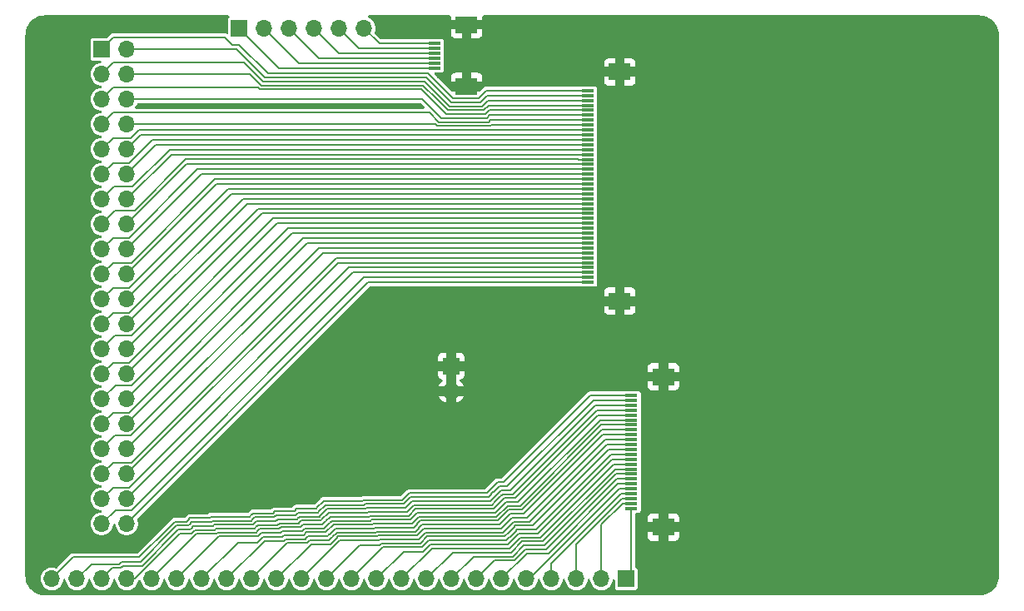
<source format=gbr>
%TF.GenerationSoftware,KiCad,Pcbnew,9.0.0-1.fc41*%
%TF.CreationDate,2025-03-28T10:43:55+08:00*%
%TF.ProjectId,st77xxlcd,73743737-7878-46c6-9364-2e6b69636164,V1.0.0*%
%TF.SameCoordinates,PX413b380PY77f8e40*%
%TF.FileFunction,Copper,L1,Top*%
%TF.FilePolarity,Positive*%
%FSLAX46Y46*%
G04 Gerber Fmt 4.6, Leading zero omitted, Abs format (unit mm)*
G04 Created by KiCad (PCBNEW 9.0.0-1.fc41) date 2025-03-28 10:43:55*
%MOMM*%
%LPD*%
G01*
G04 APERTURE LIST*
%TA.AperFunction,ComponentPad*%
%ADD10R,1.700000X1.700000*%
%TD*%
%TA.AperFunction,ComponentPad*%
%ADD11O,1.700000X1.700000*%
%TD*%
%TA.AperFunction,SMDPad,CuDef*%
%ADD12R,2.200000X1.800000*%
%TD*%
%TA.AperFunction,SMDPad,CuDef*%
%ADD13R,1.300000X0.300000*%
%TD*%
%TA.AperFunction,ViaPad*%
%ADD14C,0.600000*%
%TD*%
%TA.AperFunction,Conductor*%
%ADD15C,0.200000*%
%TD*%
G04 APERTURE END LIST*
D10*
%TO.P,J7,1,Pin_1*%
%TO.N,GND*%
X43800000Y23840000D03*
D11*
%TO.P,J7,2,Pin_2*%
X43800000Y21300000D03*
%TD*%
D12*
%TO.P,J1,MP,MountPin*%
%TO.N,GND*%
X60950000Y53750000D03*
X60950000Y30450000D03*
D13*
%TO.P,J1,40,Pin_40*%
%TO.N,Net-(J1-Pin_40)*%
X57700000Y51850000D03*
%TO.P,J1,39,Pin_39*%
%TO.N,Net-(J1-Pin_39)*%
X57700000Y51350000D03*
%TO.P,J1,38,Pin_38*%
%TO.N,Net-(J1-Pin_38)*%
X57700000Y50850000D03*
%TO.P,J1,37,Pin_37*%
%TO.N,Net-(J1-Pin_37)*%
X57700000Y50350000D03*
%TO.P,J1,36,Pin_36*%
%TO.N,Net-(J1-Pin_36)*%
X57700000Y49850000D03*
%TO.P,J1,35,Pin_35*%
%TO.N,Net-(J1-Pin_35)*%
X57700000Y49350000D03*
%TO.P,J1,34,Pin_34*%
%TO.N,Net-(J1-Pin_34)*%
X57700000Y48850000D03*
%TO.P,J1,33,Pin_33*%
%TO.N,Net-(J1-Pin_33)*%
X57700000Y48350000D03*
%TO.P,J1,32,Pin_32*%
%TO.N,Net-(J1-Pin_32)*%
X57700000Y47850000D03*
%TO.P,J1,31,Pin_31*%
%TO.N,Net-(J1-Pin_31)*%
X57700000Y47350000D03*
%TO.P,J1,30,Pin_30*%
%TO.N,Net-(J1-Pin_30)*%
X57700000Y46850000D03*
%TO.P,J1,29,Pin_29*%
%TO.N,Net-(J1-Pin_29)*%
X57700000Y46350000D03*
%TO.P,J1,28,Pin_28*%
%TO.N,Net-(J1-Pin_28)*%
X57700000Y45850000D03*
%TO.P,J1,27,Pin_27*%
%TO.N,Net-(J1-Pin_27)*%
X57700000Y45350000D03*
%TO.P,J1,26,Pin_26*%
%TO.N,Net-(J1-Pin_26)*%
X57700000Y44850000D03*
%TO.P,J1,25,Pin_25*%
%TO.N,Net-(J1-Pin_25)*%
X57700000Y44350000D03*
%TO.P,J1,24,Pin_24*%
%TO.N,Net-(J1-Pin_24)*%
X57700000Y43850000D03*
%TO.P,J1,23,Pin_23*%
%TO.N,Net-(J1-Pin_23)*%
X57700000Y43350000D03*
%TO.P,J1,22,Pin_22*%
%TO.N,Net-(J1-Pin_22)*%
X57700000Y42850000D03*
%TO.P,J1,21,Pin_21*%
%TO.N,Net-(J1-Pin_21)*%
X57700000Y42350000D03*
%TO.P,J1,20,Pin_20*%
%TO.N,Net-(J1-Pin_20)*%
X57700000Y41850000D03*
%TO.P,J1,19,Pin_19*%
%TO.N,Net-(J1-Pin_19)*%
X57700000Y41350000D03*
%TO.P,J1,18,Pin_18*%
%TO.N,Net-(J1-Pin_18)*%
X57700000Y40850000D03*
%TO.P,J1,17,Pin_17*%
%TO.N,Net-(J1-Pin_17)*%
X57700000Y40350000D03*
%TO.P,J1,16,Pin_16*%
%TO.N,Net-(J1-Pin_16)*%
X57700000Y39850000D03*
%TO.P,J1,15,Pin_15*%
%TO.N,Net-(J1-Pin_15)*%
X57700000Y39350000D03*
%TO.P,J1,14,Pin_14*%
%TO.N,Net-(J1-Pin_14)*%
X57700000Y38850000D03*
%TO.P,J1,13,Pin_13*%
%TO.N,Net-(J1-Pin_13)*%
X57700000Y38350000D03*
%TO.P,J1,12,Pin_12*%
%TO.N,Net-(J1-Pin_12)*%
X57700000Y37850000D03*
%TO.P,J1,11,Pin_11*%
%TO.N,Net-(J1-Pin_11)*%
X57700000Y37350000D03*
%TO.P,J1,10,Pin_10*%
%TO.N,Net-(J1-Pin_10)*%
X57700000Y36850000D03*
%TO.P,J1,9,Pin_9*%
%TO.N,Net-(J1-Pin_9)*%
X57700000Y36350000D03*
%TO.P,J1,8,Pin_8*%
%TO.N,Net-(J1-Pin_8)*%
X57700000Y35850000D03*
%TO.P,J1,7,Pin_7*%
%TO.N,Net-(J1-Pin_7)*%
X57700000Y35350000D03*
%TO.P,J1,6,Pin_6*%
%TO.N,Net-(J1-Pin_6)*%
X57700000Y34850000D03*
%TO.P,J1,5,Pin_5*%
%TO.N,Net-(J1-Pin_5)*%
X57700000Y34350000D03*
%TO.P,J1,4,Pin_4*%
%TO.N,Net-(J1-Pin_4)*%
X57700000Y33850000D03*
%TO.P,J1,3,Pin_3*%
%TO.N,Net-(J1-Pin_3)*%
X57700000Y33350000D03*
%TO.P,J1,2,Pin_2*%
%TO.N,Net-(J1-Pin_2)*%
X57700000Y32850000D03*
%TO.P,J1,1,Pin_1*%
%TO.N,Net-(J1-Pin_1)*%
X57700000Y32350000D03*
%TD*%
D10*
%TO.P,J6,1,Pin_1*%
%TO.N,Net-(J3-Pin_1)*%
X61620000Y2200000D03*
D11*
%TO.P,J6,2,Pin_2*%
%TO.N,Net-(J3-Pin_2)*%
X59080000Y2200000D03*
%TO.P,J6,3,Pin_3*%
%TO.N,Net-(J3-Pin_3)*%
X56540000Y2200000D03*
%TO.P,J6,4,Pin_4*%
%TO.N,Net-(J3-Pin_4)*%
X54000000Y2200000D03*
%TO.P,J6,5,Pin_5*%
%TO.N,Net-(J3-Pin_5)*%
X51460000Y2200000D03*
%TO.P,J6,6,Pin_6*%
%TO.N,Net-(J3-Pin_6)*%
X48920000Y2200000D03*
%TO.P,J6,7,Pin_7*%
%TO.N,Net-(J3-Pin_7)*%
X46380000Y2200000D03*
%TO.P,J6,8,Pin_8*%
%TO.N,Net-(J3-Pin_8)*%
X43840000Y2200000D03*
%TO.P,J6,9,Pin_9*%
%TO.N,Net-(J3-Pin_9)*%
X41300000Y2200000D03*
%TO.P,J6,10,Pin_10*%
%TO.N,Net-(J3-Pin_10)*%
X38760000Y2200000D03*
%TO.P,J6,11,Pin_11*%
%TO.N,Net-(J3-Pin_11)*%
X36220000Y2200000D03*
%TO.P,J6,12,Pin_12*%
%TO.N,Net-(J3-Pin_12)*%
X33680000Y2200000D03*
%TO.P,J6,13,Pin_13*%
%TO.N,Net-(J3-Pin_13)*%
X31140000Y2200000D03*
%TO.P,J6,14,Pin_14*%
%TO.N,Net-(J3-Pin_14)*%
X28600000Y2200000D03*
%TO.P,J6,15,Pin_15*%
%TO.N,Net-(J3-Pin_15)*%
X26060000Y2200000D03*
%TO.P,J6,16,Pin_16*%
%TO.N,Net-(J3-Pin_16)*%
X23520000Y2200000D03*
%TO.P,J6,17,Pin_17*%
%TO.N,Net-(J3-Pin_17)*%
X20980000Y2200000D03*
%TO.P,J6,18,Pin_18*%
%TO.N,Net-(J3-Pin_18)*%
X18440000Y2200000D03*
%TO.P,J6,19,Pin_19*%
%TO.N,Net-(J3-Pin_19)*%
X15900000Y2200000D03*
%TO.P,J6,20,Pin_20*%
%TO.N,Net-(J3-Pin_20)*%
X13360000Y2200000D03*
%TO.P,J6,21,Pin_21*%
%TO.N,Net-(J3-Pin_21)*%
X10820000Y2200000D03*
%TO.P,J6,22,Pin_22*%
%TO.N,Net-(J3-Pin_22)*%
X8280000Y2200000D03*
%TO.P,J6,23,Pin_23*%
%TO.N,Net-(J3-Pin_23)*%
X5740000Y2200000D03*
%TO.P,J6,24,Pin_24*%
%TO.N,Net-(J3-Pin_24)*%
X3200000Y2200000D03*
%TD*%
D13*
%TO.P,J3,1,Pin_1*%
%TO.N,Net-(J3-Pin_1)*%
X62125000Y9350000D03*
%TO.P,J3,2,Pin_2*%
%TO.N,Net-(J3-Pin_2)*%
X62125000Y9850000D03*
%TO.P,J3,3,Pin_3*%
%TO.N,Net-(J3-Pin_3)*%
X62125000Y10350000D03*
%TO.P,J3,4,Pin_4*%
%TO.N,Net-(J3-Pin_4)*%
X62125000Y10850000D03*
%TO.P,J3,5,Pin_5*%
%TO.N,Net-(J3-Pin_5)*%
X62125000Y11350000D03*
%TO.P,J3,6,Pin_6*%
%TO.N,Net-(J3-Pin_6)*%
X62125000Y11850000D03*
%TO.P,J3,7,Pin_7*%
%TO.N,Net-(J3-Pin_7)*%
X62125000Y12350000D03*
%TO.P,J3,8,Pin_8*%
%TO.N,Net-(J3-Pin_8)*%
X62125000Y12850000D03*
%TO.P,J3,9,Pin_9*%
%TO.N,Net-(J3-Pin_9)*%
X62125000Y13350000D03*
%TO.P,J3,10,Pin_10*%
%TO.N,Net-(J3-Pin_10)*%
X62125000Y13850000D03*
%TO.P,J3,11,Pin_11*%
%TO.N,Net-(J3-Pin_11)*%
X62125000Y14350000D03*
%TO.P,J3,12,Pin_12*%
%TO.N,Net-(J3-Pin_12)*%
X62125000Y14850000D03*
%TO.P,J3,13,Pin_13*%
%TO.N,Net-(J3-Pin_13)*%
X62125000Y15350000D03*
%TO.P,J3,14,Pin_14*%
%TO.N,Net-(J3-Pin_14)*%
X62125000Y15850000D03*
%TO.P,J3,15,Pin_15*%
%TO.N,Net-(J3-Pin_15)*%
X62125000Y16350000D03*
%TO.P,J3,16,Pin_16*%
%TO.N,Net-(J3-Pin_16)*%
X62125000Y16850000D03*
%TO.P,J3,17,Pin_17*%
%TO.N,Net-(J3-Pin_17)*%
X62125000Y17350000D03*
%TO.P,J3,18,Pin_18*%
%TO.N,Net-(J3-Pin_18)*%
X62125000Y17850000D03*
%TO.P,J3,19,Pin_19*%
%TO.N,Net-(J3-Pin_19)*%
X62125000Y18350000D03*
%TO.P,J3,20,Pin_20*%
%TO.N,Net-(J3-Pin_20)*%
X62125000Y18850000D03*
%TO.P,J3,21,Pin_21*%
%TO.N,Net-(J3-Pin_21)*%
X62125000Y19350000D03*
%TO.P,J3,22,Pin_22*%
%TO.N,Net-(J3-Pin_22)*%
X62125000Y19850000D03*
%TO.P,J3,23,Pin_23*%
%TO.N,Net-(J3-Pin_23)*%
X62125000Y20350000D03*
%TO.P,J3,24,Pin_24*%
%TO.N,Net-(J3-Pin_24)*%
X62125000Y20850000D03*
D12*
%TO.P,J3,MP,MountPin*%
%TO.N,GND*%
X65375000Y7450000D03*
X65375000Y22750000D03*
%TD*%
D13*
%TO.P,J2,1,Pin_1*%
%TO.N,Net-(J2-Pin_1)*%
X42125000Y54160000D03*
%TO.P,J2,2,Pin_2*%
%TO.N,Net-(J2-Pin_2)*%
X42125000Y54660000D03*
%TO.P,J2,3,Pin_3*%
%TO.N,Net-(J2-Pin_3)*%
X42125000Y55160000D03*
%TO.P,J2,4,Pin_4*%
%TO.N,Net-(J2-Pin_4)*%
X42125000Y55660000D03*
%TO.P,J2,5,Pin_5*%
%TO.N,Net-(J2-Pin_5)*%
X42125000Y56160000D03*
%TO.P,J2,6,Pin_6*%
%TO.N,Net-(J2-Pin_6)*%
X42125000Y56660000D03*
D12*
%TO.P,J2,MP,MountPin*%
%TO.N,GND*%
X45375000Y52260000D03*
X45375000Y58560000D03*
%TD*%
D10*
%TO.P,J4,1,Pin_1*%
%TO.N,Net-(J1-Pin_40)*%
X8260000Y56060000D03*
D11*
%TO.P,J4,2,Pin_2*%
%TO.N,Net-(J1-Pin_39)*%
X10800000Y56060000D03*
%TO.P,J4,3,Pin_3*%
%TO.N,Net-(J1-Pin_38)*%
X8260000Y53520000D03*
%TO.P,J4,4,Pin_4*%
%TO.N,Net-(J1-Pin_37)*%
X10800000Y53520000D03*
%TO.P,J4,5,Pin_5*%
%TO.N,Net-(J1-Pin_36)*%
X8260000Y50980000D03*
%TO.P,J4,6,Pin_6*%
%TO.N,Net-(J1-Pin_35)*%
X10800000Y50980000D03*
%TO.P,J4,7,Pin_7*%
%TO.N,Net-(J1-Pin_34)*%
X8260000Y48440000D03*
%TO.P,J4,8,Pin_8*%
%TO.N,Net-(J1-Pin_33)*%
X10800000Y48440000D03*
%TO.P,J4,9,Pin_9*%
%TO.N,Net-(J1-Pin_32)*%
X8260000Y45900000D03*
%TO.P,J4,10,Pin_10*%
%TO.N,Net-(J1-Pin_31)*%
X10800000Y45900000D03*
%TO.P,J4,11,Pin_11*%
%TO.N,Net-(J1-Pin_30)*%
X8260000Y43360000D03*
%TO.P,J4,12,Pin_12*%
%TO.N,Net-(J1-Pin_29)*%
X10800000Y43360000D03*
%TO.P,J4,13,Pin_13*%
%TO.N,Net-(J1-Pin_28)*%
X8260000Y40820000D03*
%TO.P,J4,14,Pin_14*%
%TO.N,Net-(J1-Pin_27)*%
X10800000Y40820000D03*
%TO.P,J4,15,Pin_15*%
%TO.N,Net-(J1-Pin_26)*%
X8260000Y38280000D03*
%TO.P,J4,16,Pin_16*%
%TO.N,Net-(J1-Pin_25)*%
X10800000Y38280000D03*
%TO.P,J4,17,Pin_17*%
%TO.N,Net-(J1-Pin_24)*%
X8260000Y35740000D03*
%TO.P,J4,18,Pin_18*%
%TO.N,Net-(J1-Pin_23)*%
X10800000Y35740000D03*
%TO.P,J4,19,Pin_19*%
%TO.N,Net-(J1-Pin_22)*%
X8260000Y33200000D03*
%TO.P,J4,20,Pin_20*%
%TO.N,Net-(J1-Pin_21)*%
X10800000Y33200000D03*
%TO.P,J4,21,Pin_21*%
%TO.N,Net-(J1-Pin_20)*%
X8260000Y30660000D03*
%TO.P,J4,22,Pin_22*%
%TO.N,Net-(J1-Pin_19)*%
X10800000Y30660000D03*
%TO.P,J4,23,Pin_23*%
%TO.N,Net-(J1-Pin_18)*%
X8260000Y28120000D03*
%TO.P,J4,24,Pin_24*%
%TO.N,Net-(J1-Pin_17)*%
X10800000Y28120000D03*
%TO.P,J4,25,Pin_25*%
%TO.N,Net-(J1-Pin_16)*%
X8260000Y25580000D03*
%TO.P,J4,26,Pin_26*%
%TO.N,Net-(J1-Pin_15)*%
X10800000Y25580000D03*
%TO.P,J4,27,Pin_27*%
%TO.N,Net-(J1-Pin_14)*%
X8260000Y23040000D03*
%TO.P,J4,28,Pin_28*%
%TO.N,Net-(J1-Pin_13)*%
X10800000Y23040000D03*
%TO.P,J4,29,Pin_29*%
%TO.N,Net-(J1-Pin_12)*%
X8260000Y20500000D03*
%TO.P,J4,30,Pin_30*%
%TO.N,Net-(J1-Pin_11)*%
X10800000Y20500000D03*
%TO.P,J4,31,Pin_31*%
%TO.N,Net-(J1-Pin_10)*%
X8260000Y17960000D03*
%TO.P,J4,32,Pin_32*%
%TO.N,Net-(J1-Pin_9)*%
X10800000Y17960000D03*
%TO.P,J4,33,Pin_33*%
%TO.N,Net-(J1-Pin_8)*%
X8260000Y15420000D03*
%TO.P,J4,34,Pin_34*%
%TO.N,Net-(J1-Pin_7)*%
X10800000Y15420000D03*
%TO.P,J4,35,Pin_35*%
%TO.N,Net-(J1-Pin_6)*%
X8260000Y12880000D03*
%TO.P,J4,36,Pin_36*%
%TO.N,Net-(J1-Pin_5)*%
X10800000Y12880000D03*
%TO.P,J4,37,Pin_37*%
%TO.N,Net-(J1-Pin_4)*%
X8260000Y10340000D03*
%TO.P,J4,38,Pin_38*%
%TO.N,Net-(J1-Pin_3)*%
X10800000Y10340000D03*
%TO.P,J4,39,Pin_39*%
%TO.N,Net-(J1-Pin_2)*%
X8260000Y7800000D03*
%TO.P,J4,40,Pin_40*%
%TO.N,Net-(J1-Pin_1)*%
X10800000Y7800000D03*
%TD*%
D10*
%TO.P,J5,1,Pin_1*%
%TO.N,Net-(J2-Pin_1)*%
X22250000Y58200000D03*
D11*
%TO.P,J5,2,Pin_2*%
%TO.N,Net-(J2-Pin_2)*%
X24790000Y58200000D03*
%TO.P,J5,3,Pin_3*%
%TO.N,Net-(J2-Pin_3)*%
X27330000Y58200000D03*
%TO.P,J5,4,Pin_4*%
%TO.N,Net-(J2-Pin_4)*%
X29870000Y58200000D03*
%TO.P,J5,5,Pin_5*%
%TO.N,Net-(J2-Pin_5)*%
X32410000Y58200000D03*
%TO.P,J5,6,Pin_6*%
%TO.N,Net-(J2-Pin_6)*%
X34950000Y58200000D03*
%TD*%
D14*
%TO.N,GND*%
X35050000Y50350000D03*
X45400000Y55500000D03*
X21700000Y15850000D03*
X31650000Y25750000D03*
X61600000Y25800000D03*
X56600000Y25850000D03*
X46600000Y20850000D03*
X46600000Y15850000D03*
X51600000Y20850000D03*
X41650000Y20800000D03*
X36650000Y15800000D03*
X31650000Y15800000D03*
X41650000Y15750000D03*
X26600000Y20850000D03*
X26600000Y15750000D03*
X31600000Y20800000D03*
X36650000Y20800000D03*
X51650000Y30800000D03*
X46650000Y25800000D03*
X41650000Y25800000D03*
X51650000Y25750000D03*
X36600000Y30850000D03*
X36600000Y25750000D03*
X41600000Y30800000D03*
X46650000Y30800000D03*
X31650000Y10850000D03*
X76600000Y15700000D03*
X76600000Y35750000D03*
X3700000Y35950000D03*
X86600000Y40850000D03*
X21650000Y10850000D03*
X66600000Y25800000D03*
X76550000Y10800000D03*
X66550000Y5750000D03*
X71650000Y25750000D03*
X86600000Y30800000D03*
X96550000Y40750000D03*
X71650000Y45800000D03*
X91600000Y50800000D03*
X76600000Y20750000D03*
X66600000Y35800000D03*
X86600000Y50800000D03*
X66550000Y10800000D03*
X61600000Y45800000D03*
X3700000Y55850000D03*
X81600000Y5750000D03*
X96550000Y25800000D03*
X81550000Y50800000D03*
X81650000Y40750000D03*
X61650000Y35750000D03*
X71550000Y40800000D03*
X66600000Y55850000D03*
X81600000Y45800000D03*
X81550000Y30800000D03*
X61650000Y55800000D03*
X96550000Y55800000D03*
X3700000Y20800000D03*
X91600000Y5700000D03*
X76600000Y55750000D03*
X81550000Y10750000D03*
X76550000Y25750000D03*
X71600000Y10800000D03*
X66550000Y30750000D03*
X91600000Y55800000D03*
X86600000Y15700000D03*
X26650000Y10900000D03*
X71650000Y55750000D03*
X91600000Y20750000D03*
X81600000Y35800000D03*
X66600000Y15750000D03*
X3700000Y25850000D03*
X71600000Y50850000D03*
X66600000Y45800000D03*
X71650000Y5800000D03*
X91600000Y15750000D03*
X86600000Y20850000D03*
X76550000Y30850000D03*
X91600000Y35800000D03*
X91600000Y25750000D03*
X3700000Y45900000D03*
X96550000Y20750000D03*
X71650000Y15750000D03*
X71650000Y20800000D03*
X86600000Y5750000D03*
X3600000Y40900000D03*
X81600000Y25800000D03*
X56600000Y55800000D03*
X76550000Y5700000D03*
X3700000Y10850000D03*
X76600000Y40750000D03*
X3700000Y30900000D03*
X86600000Y45800000D03*
X3650000Y50950000D03*
X16700000Y10900000D03*
X71650000Y35850000D03*
X96600000Y10750000D03*
X36650000Y10900000D03*
X66700000Y50750000D03*
X86600000Y35750000D03*
X96550000Y35800000D03*
X96600000Y50800000D03*
X91600000Y45750000D03*
X81650000Y20750000D03*
X96600000Y30800000D03*
X96550000Y45800000D03*
X81600000Y55800000D03*
X86600000Y10750000D03*
X76550000Y50850000D03*
X61600000Y40800000D03*
X81600000Y15750000D03*
X76550000Y45750000D03*
X3700000Y5800000D03*
X66600000Y40800000D03*
X61600000Y50800000D03*
X96550000Y5750000D03*
X91600000Y40750000D03*
X86600000Y55750000D03*
X91600000Y10750000D03*
X66600000Y20800000D03*
X86600000Y25800000D03*
X71650000Y30800000D03*
X96550000Y15750000D03*
X3600000Y15800000D03*
X91600000Y30800000D03*
%TD*%
D15*
%TO.N,Net-(J1-Pin_1)*%
X57700000Y32350000D02*
X35350000Y32350000D01*
X35350000Y32350000D02*
X10800000Y7800000D01*
%TO.N,Net-(J1-Pin_2)*%
X57700000Y32850000D02*
X34937760Y32850000D01*
X34937760Y32850000D02*
X11276760Y9189000D01*
X11276760Y9189000D02*
X9649000Y9189000D01*
X9649000Y9189000D02*
X8260000Y7800000D01*
%TO.N,Net-(J1-Pin_3)*%
X57700000Y33350000D02*
X33810000Y33350000D01*
X33810000Y33350000D02*
X10800000Y10340000D01*
%TO.N,Net-(J1-Pin_4)*%
X57700000Y33850000D02*
X33400000Y33850000D01*
X33400000Y33850000D02*
X11041000Y11491000D01*
X11041000Y11491000D02*
X9411000Y11491000D01*
X9411000Y11491000D02*
X8260000Y10340000D01*
%TO.N,Net-(J1-Pin_5)*%
X57700000Y34350000D02*
X32270000Y34350000D01*
X32270000Y34350000D02*
X10800000Y12880000D01*
%TO.N,Net-(J1-Pin_6)*%
X57700000Y34850000D02*
X32095760Y34850000D01*
X32095760Y34850000D02*
X11276760Y14031000D01*
X11276760Y14031000D02*
X9411000Y14031000D01*
X9411000Y14031000D02*
X8260000Y12880000D01*
%TO.N,Net-(J1-Pin_7)*%
X57700000Y35350000D02*
X30730000Y35350000D01*
X30730000Y35350000D02*
X10800000Y15420000D01*
%TO.N,Net-(J1-Pin_8)*%
X57700000Y35850000D02*
X30317760Y35850000D01*
X30317760Y35850000D02*
X11217760Y16750000D01*
X11217760Y16750000D02*
X9590000Y16750000D01*
X9590000Y16750000D02*
X8260000Y15420000D01*
%TO.N,Net-(J1-Pin_9)*%
X57700000Y36350000D02*
X29190000Y36350000D01*
X29190000Y36350000D02*
X10800000Y17960000D01*
%TO.N,Net-(J1-Pin_10)*%
X57700000Y36850000D02*
X28777760Y36850000D01*
X28777760Y36850000D02*
X11038760Y19111000D01*
X11038760Y19111000D02*
X9411000Y19111000D01*
X9411000Y19111000D02*
X8260000Y17960000D01*
%TO.N,Net-(J1-Pin_11)*%
X57700000Y37350000D02*
X27650000Y37350000D01*
X27650000Y37350000D02*
X10800000Y20500000D01*
%TO.N,Net-(J1-Pin_12)*%
X57700000Y37850000D02*
X27237760Y37850000D01*
X27237760Y37850000D02*
X11276760Y21889000D01*
X11276760Y21889000D02*
X9649000Y21889000D01*
X9649000Y21889000D02*
X8260000Y20500000D01*
%TO.N,Net-(J1-Pin_13)*%
X57700000Y38350000D02*
X26110000Y38350000D01*
X26110000Y38350000D02*
X10800000Y23040000D01*
%TO.N,Net-(J1-Pin_14)*%
X57700000Y38850000D02*
X25697760Y38850000D01*
X25697760Y38850000D02*
X11038760Y24191000D01*
X11038760Y24191000D02*
X9411000Y24191000D01*
X9411000Y24191000D02*
X8260000Y23040000D01*
%TO.N,Net-(J1-Pin_16)*%
X57700000Y39850000D02*
X24157760Y39850000D01*
X24157760Y39850000D02*
X11257760Y26950000D01*
X9630000Y26950000D02*
X8260000Y25580000D01*
X11257760Y26950000D02*
X9630000Y26950000D01*
%TO.N,Net-(J1-Pin_15)*%
X57700000Y39350000D02*
X24570000Y39350000D01*
X24570000Y39350000D02*
X10800000Y25580000D01*
%TO.N,Net-(J1-Pin_17)*%
X57700000Y40350000D02*
X23030000Y40350000D01*
X23030000Y40350000D02*
X10800000Y28120000D01*
%TO.N,Net-(J1-Pin_18)*%
X57700000Y40850000D02*
X22617760Y40850000D01*
X22617760Y40850000D02*
X11038760Y29271000D01*
X11038760Y29271000D02*
X9411000Y29271000D01*
X9411000Y29271000D02*
X8260000Y28120000D01*
%TO.N,Net-(J1-Pin_19)*%
X57700000Y41350000D02*
X21490000Y41350000D01*
X21490000Y41350000D02*
X10800000Y30660000D01*
%TO.N,Net-(J1-Pin_20)*%
X57700000Y41850000D02*
X21077760Y41850000D01*
X21077760Y41850000D02*
X11038760Y31811000D01*
X11038760Y31811000D02*
X9411000Y31811000D01*
X9411000Y31811000D02*
X8260000Y30660000D01*
%TO.N,Net-(J1-Pin_21)*%
X57700000Y42350000D02*
X19950000Y42350000D01*
X19950000Y42350000D02*
X10800000Y33200000D01*
%TO.N,Net-(J1-Pin_22)*%
X57700000Y42850000D02*
X19775760Y42850000D01*
X19775760Y42850000D02*
X11276760Y34351000D01*
X11276760Y34351000D02*
X9411000Y34351000D01*
X9411000Y34351000D02*
X8260000Y33200000D01*
%TO.N,Net-(J1-Pin_23)*%
X57700000Y43350000D02*
X18410000Y43350000D01*
X18410000Y43350000D02*
X10800000Y35740000D01*
%TO.N,Net-(J1-Pin_24)*%
X57700000Y43850000D02*
X17997760Y43850000D01*
X17997760Y43850000D02*
X11038760Y36891000D01*
X11038760Y36891000D02*
X9411000Y36891000D01*
X9411000Y36891000D02*
X8260000Y35740000D01*
%TO.N,Net-(J1-Pin_25)*%
X57700000Y44350000D02*
X16870000Y44350000D01*
X16870000Y44350000D02*
X10800000Y38280000D01*
%TO.N,Net-(J1-Pin_26)*%
X16803000Y44853400D02*
X11599600Y39650000D01*
X11599600Y39650000D02*
X9630000Y39650000D01*
X9630000Y39650000D02*
X8260000Y38280000D01*
%TO.N,Net-(J1-Pin_27)*%
X57700000Y45350000D02*
X15330000Y45350000D01*
X15330000Y45350000D02*
X10800000Y40820000D01*
%TO.N,Net-(J1-Pin_28)*%
X8260000Y40820000D02*
X9530000Y42090000D01*
X9530000Y42090000D02*
X11390000Y42090000D01*
X11390000Y42090000D02*
X15150000Y45850000D01*
X15150000Y45850000D02*
X57700000Y45850000D01*
%TO.N,Net-(J1-Pin_29)*%
X57700000Y46350000D02*
X13790000Y46350000D01*
X13790000Y46350000D02*
X10800000Y43360000D01*
%TO.N,Net-(J1-Pin_30)*%
X8260000Y43360000D02*
X9411700Y44511700D01*
X9411700Y44511700D02*
X11040500Y44511700D01*
X11040500Y44511700D02*
X13378800Y46850000D01*
X13378800Y46850000D02*
X57700000Y46850000D01*
%TO.N,Net-(J1-Pin_31)*%
X10800000Y45900000D02*
X12250000Y47350000D01*
X12250000Y47350000D02*
X57700000Y47350000D01*
%TO.N,Net-(J1-Pin_32)*%
X57700000Y47850000D02*
X56748000Y47850000D01*
X56748000Y47850000D02*
X56743000Y47844700D01*
X56743000Y47844700D02*
X12044700Y47844700D01*
X12044700Y47844700D02*
X11251700Y47051700D01*
X11251700Y47051700D02*
X9411700Y47051700D01*
X9411700Y47051700D02*
X8260000Y45900000D01*
%TO.N,Net-(J1-Pin_33)*%
X10800000Y48440000D02*
X42192900Y48440000D01*
X47764041Y48247100D02*
X47764100Y48247100D01*
X42192900Y48440000D02*
X42385800Y48247100D01*
X42385800Y48247100D02*
X42718000Y48247100D01*
X42718000Y48247100D02*
X47595850Y48247100D01*
X47764000Y48247059D02*
X47764041Y48247100D01*
X47595850Y48247100D02*
X47764000Y48247059D01*
X47764100Y48247100D02*
X47867500Y48350500D01*
X47867500Y48350500D02*
X47868000Y48350000D01*
X47868000Y48350000D02*
X57700000Y48350000D01*
%TO.N,Net-(J1-Pin_34)*%
X8260000Y48440000D02*
X9422500Y49602500D01*
X9422500Y49602500D02*
X41597500Y49602500D01*
X41597500Y49602500D02*
X42551900Y48648100D01*
X42551900Y48648100D02*
X47598000Y48648100D01*
X47598000Y48648100D02*
X47800000Y48850000D01*
X47800000Y48850000D02*
X57700000Y48850000D01*
%TO.N,Net-(J1-Pin_38)*%
X8260000Y53520000D02*
X9421600Y54681600D01*
X9421600Y54681600D02*
X22740300Y54681600D01*
X24647500Y52774400D02*
X41124000Y52774400D01*
X22740300Y54681600D02*
X24647500Y52774400D01*
X41124000Y52774400D02*
X43644000Y50254900D01*
X43644000Y50254900D02*
X46933000Y50254900D01*
X46933000Y50254900D02*
X47528100Y50850000D01*
X47528100Y50850000D02*
X57700000Y50850000D01*
%TO.N,Net-(J1-Pin_36)*%
X8260000Y50980000D02*
X9421600Y52141600D01*
X47265000Y49451500D02*
X47663500Y49850000D01*
X9421600Y52141600D02*
X24145200Y52141600D01*
X24145200Y52141600D02*
X24315100Y51971700D01*
X24315100Y51971700D02*
X40790800Y51971700D01*
X40790800Y51971700D02*
X43311000Y49451500D01*
X43311000Y49451500D02*
X47265000Y49451500D01*
X47663500Y49850000D02*
X57700000Y49850000D01*
%TO.N,Net-(J1-Pin_35)*%
X10800000Y50980000D02*
X40868800Y50980000D01*
X40868800Y50980000D02*
X42799000Y49049800D01*
X42799000Y49049800D02*
X47432000Y49049800D01*
X47432000Y49049800D02*
X47732000Y49350000D01*
X47732000Y49350000D02*
X57700000Y49350000D01*
%TO.N,Net-(J1-Pin_37)*%
X10800000Y53520000D02*
X23333900Y53520000D01*
X40958000Y52372700D02*
X42335000Y50995700D01*
X23333900Y53520000D02*
X24481200Y52372700D01*
X24481200Y52372700D02*
X40958000Y52372700D01*
X47099000Y49853200D02*
X47595800Y50350000D01*
X42335000Y50995700D02*
X43477000Y49853200D01*
X43477000Y49853200D02*
X47099000Y49853200D01*
X47595800Y50350000D02*
X57700000Y50350000D01*
%TO.N,Net-(J1-Pin_40)*%
X8260000Y56060000D02*
X9468700Y57268700D01*
X9468700Y57268700D02*
X20751800Y57268700D01*
X22223900Y56500000D02*
X25146100Y53577800D01*
X20751800Y57268700D02*
X21520500Y56500000D01*
X21520500Y56500000D02*
X22223900Y56500000D01*
X25146100Y53577800D02*
X41457000Y53577800D01*
X41457000Y53577800D02*
X43976000Y51058300D01*
X43976000Y51058300D02*
X46600000Y51058300D01*
X46600000Y51058300D02*
X47391700Y51850000D01*
X47391700Y51850000D02*
X57700000Y51850000D01*
%TO.N,Net-(J1-Pin_39)*%
X10800000Y56060000D02*
X21930000Y56060000D01*
X21930000Y56060000D02*
X24813900Y53176100D01*
X46766000Y50656600D02*
X47459400Y51350000D01*
X24813900Y53176100D02*
X41290000Y53176100D01*
X41290000Y53176100D02*
X43810000Y50656600D01*
X43810000Y50656600D02*
X46766000Y50656600D01*
X47459400Y51350000D02*
X57700000Y51350000D01*
%TO.N,GND*%
X60950000Y30450000D02*
X60950000Y29849200D01*
X60950000Y53750000D02*
X60950000Y53449600D01*
%TO.N,Net-(J1-Pin_26)*%
X56748000Y44850000D02*
X56745000Y44853400D01*
X57700000Y44850000D02*
X56748000Y44850000D01*
X56745000Y44853400D02*
X16803000Y44853400D01*
%TO.N,Net-(J2-Pin_5)*%
X34450000Y56160000D02*
X32410000Y58200000D01*
X42125000Y56160000D02*
X34450000Y56160000D01*
%TO.N,Net-(J2-Pin_2)*%
X42125000Y54660000D02*
X28330000Y54660000D01*
X28330000Y54660000D02*
X24790000Y58200000D01*
%TO.N,Net-(J2-Pin_3)*%
X42125000Y55160000D02*
X30370000Y55160000D01*
X30370000Y55160000D02*
X27330000Y58200000D01*
%TO.N,Net-(J2-Pin_6)*%
X42125000Y56660000D02*
X36490000Y56660000D01*
X36490000Y56660000D02*
X34950000Y58200000D01*
%TO.N,Net-(J2-Pin_1)*%
X26290000Y54160000D02*
X22250000Y58200000D01*
X42125000Y54160000D02*
X26290000Y54160000D01*
%TO.N,Net-(J2-Pin_4)*%
X42125000Y55660000D02*
X32410000Y55660000D01*
X32410000Y55660000D02*
X29870000Y58200000D01*
%TO.N,Net-(J3-Pin_17)*%
X29012900Y6287000D02*
X29247800Y6522000D01*
X51011000Y9211000D02*
X59150000Y17350000D01*
X26812900Y6060000D02*
X26993900Y6241000D01*
X26993900Y6241000D02*
X28966800Y6241000D01*
X40697000Y8107000D02*
X48589000Y8107000D01*
X31297000Y6598000D02*
X31531900Y6833000D01*
X40228000Y7637000D02*
X40462000Y7872000D01*
X40462000Y7872000D02*
X40697000Y8107000D01*
X28966800Y6241000D02*
X29012900Y6287000D01*
X31531900Y6833000D02*
X31767000Y7068000D01*
X24840000Y6060000D02*
X26812900Y6060000D01*
X49693000Y9211000D02*
X51011000Y9211000D01*
X31220700Y6522000D02*
X31297000Y6598000D01*
X35948000Y7303000D02*
X36050000Y7405000D01*
X29247800Y6522000D02*
X31220700Y6522000D01*
X39995000Y7405000D02*
X40228000Y7637000D01*
X31767000Y7068000D02*
X32002000Y7303000D01*
X20980000Y2200000D02*
X24840000Y6060000D01*
X36050000Y7405000D02*
X39995000Y7405000D01*
X59150000Y17350000D02*
X62125000Y17350000D01*
X32002000Y7303000D02*
X35948000Y7303000D01*
X48589000Y8107000D02*
X49693000Y9211000D01*
%TO.N,Net-(J3-Pin_15)*%
X59450000Y16350000D02*
X51509000Y8409000D01*
X32099000Y6266000D02*
X31552900Y5720000D01*
X49086000Y7469000D02*
X48921000Y7305000D01*
X32334000Y6501000D02*
X32099000Y6266000D01*
X36382000Y6603000D02*
X36280000Y6501000D01*
X62125000Y16350000D02*
X59450000Y16350000D01*
X50025000Y8409000D02*
X49320000Y7704000D01*
X31552900Y5720000D02*
X29580000Y5720000D01*
X29580000Y5720000D02*
X26060000Y2200000D01*
X40328000Y6603000D02*
X36382000Y6603000D01*
X49320000Y7704000D02*
X49086000Y7469000D01*
X41030000Y7305000D02*
X40328000Y6603000D01*
X51509000Y8409000D02*
X50025000Y8409000D01*
X48921000Y7305000D02*
X41030000Y7305000D01*
X36280000Y6501000D02*
X32334000Y6501000D01*
%TO.N,Net-(J3-Pin_9)*%
X43952000Y4852000D02*
X41300000Y2200000D01*
X60450000Y13350000D02*
X53103000Y6003000D01*
X53103000Y6003000D02*
X51022000Y6003000D01*
X49871000Y4852000D02*
X43952000Y4852000D01*
X51022000Y6003000D02*
X49871000Y4852000D01*
X62125000Y13350000D02*
X60450000Y13350000D01*
%TO.N,Net-(J3-Pin_24)*%
X27804100Y9048000D02*
X25831200Y9048000D01*
X17265600Y8374000D02*
X17030700Y8139000D01*
X25650200Y8867000D02*
X23677300Y8867000D01*
X39535000Y10914000D02*
X38833000Y10212000D01*
X34887000Y10212000D02*
X34785000Y10110000D01*
X48530000Y12018000D02*
X48060000Y11548000D01*
X19369500Y8505000D02*
X19238500Y8374000D01*
X38833000Y10212000D02*
X34887000Y10212000D01*
X23442400Y8632000D02*
X23315300Y8505000D01*
X47826000Y11313000D02*
X47591000Y11078000D01*
X48060000Y11548000D02*
X47826000Y11313000D01*
X28085100Y9329000D02*
X27850200Y9094000D01*
X27850200Y9094000D02*
X27804100Y9048000D01*
X23677300Y8867000D02*
X23442400Y8632000D01*
X17030700Y8139000D02*
X16894600Y8003000D01*
X47591000Y11078000D02*
X47426000Y10914000D01*
X19238500Y8374000D02*
X17265600Y8374000D01*
X16894600Y8003000D02*
X15701700Y8003000D01*
X30134300Y9405000D02*
X30058000Y9329000D01*
X49118000Y12018000D02*
X48530000Y12018000D01*
X23315300Y8505000D02*
X19369500Y8505000D01*
X25831200Y9048000D02*
X25650200Y8867000D01*
X12098700Y4400000D02*
X5400000Y4400000D01*
X47426000Y10914000D02*
X39535000Y10914000D01*
X34785000Y10110000D02*
X30839000Y10110000D01*
X62125000Y20850000D02*
X57950000Y20850000D01*
X30839000Y10110000D02*
X30134300Y9405000D01*
X5400000Y4400000D02*
X3200000Y2200000D01*
X15701700Y8003000D02*
X14997000Y7298000D01*
X30058000Y9329000D02*
X28085100Y9329000D01*
X57950000Y20850000D02*
X49118000Y12018000D01*
X14997000Y7298000D02*
X12098700Y4400000D01*
%TO.N,Net-(J3-Pin_1)*%
X62125000Y2705000D02*
X61620000Y2200000D01*
X62125000Y9350000D02*
X62125000Y2705000D01*
%TO.N,Net-(J3-Pin_18)*%
X40531000Y8508000D02*
X39829000Y7806000D01*
X35781000Y7704000D02*
X31836000Y7704000D01*
X62125000Y17850000D02*
X59050000Y17850000D01*
X24092900Y5880000D02*
X22120000Y5880000D01*
X35883000Y7806000D02*
X35781000Y7704000D01*
X22120000Y5880000D02*
X18440000Y2200000D01*
X26646800Y6461000D02*
X24673900Y6461000D01*
X31054600Y6923000D02*
X29081700Y6923000D01*
X31836000Y7704000D02*
X31054600Y6923000D01*
X59050000Y17850000D02*
X50812000Y9612000D01*
X28800700Y6642000D02*
X26827800Y6642000D01*
X49527000Y9612000D02*
X48423000Y8508000D01*
X48423000Y8508000D02*
X40531000Y8508000D01*
X24673900Y6461000D02*
X24092900Y5880000D01*
X50812000Y9612000D02*
X49527000Y9612000D01*
X29081700Y6923000D02*
X28800700Y6642000D01*
X26827800Y6642000D02*
X26646800Y6461000D01*
X39829000Y7806000D02*
X35883000Y7806000D01*
%TO.N,Net-(J3-Pin_16)*%
X29179000Y5886000D02*
X29132900Y5840000D01*
X36216000Y7004000D02*
X36114000Y6902000D01*
X31698000Y6432000D02*
X31386800Y6121000D01*
X36114000Y6902000D02*
X32168000Y6902000D01*
X48755000Y7706000D02*
X40863000Y7706000D01*
X31386800Y6121000D02*
X29413900Y6121000D01*
X51210000Y8810000D02*
X49859000Y8810000D01*
X59250000Y16850000D02*
X51210000Y8810000D01*
X62125000Y16850000D02*
X59250000Y16850000D01*
X49859000Y8810000D02*
X48755000Y7706000D01*
X29132900Y5840000D02*
X27160000Y5840000D01*
X40628000Y7471000D02*
X40394000Y7236000D01*
X40863000Y7706000D02*
X40628000Y7471000D01*
X29413900Y6121000D02*
X29179000Y5886000D01*
X27160000Y5840000D02*
X23520000Y2200000D01*
X32168000Y6902000D02*
X31698000Y6432000D01*
X40161000Y7004000D02*
X36216000Y7004000D01*
X40394000Y7236000D02*
X40161000Y7004000D01*
%TO.N,Net-(J3-Pin_4)*%
X62125000Y10850000D02*
X61089000Y10850000D01*
X61089000Y10850000D02*
X54000000Y3761000D01*
X54000000Y3761000D02*
X54000000Y2200000D01*
%TO.N,Net-(J3-Pin_5)*%
X51800000Y2200000D02*
X51460000Y2200000D01*
X62125000Y11350000D02*
X60950000Y11350000D01*
X60950000Y11350000D02*
X51800000Y2200000D01*
%TO.N,Net-(J3-Pin_19)*%
X30888500Y7324000D02*
X28915600Y7324000D01*
X26661700Y7043000D02*
X26480700Y6862000D01*
X24272900Y6627000D02*
X24145800Y6500000D01*
X40365000Y8909000D02*
X39663000Y8207000D01*
X39663000Y8207000D02*
X35717000Y8207000D01*
X35615000Y8105000D02*
X31670000Y8105000D01*
X62125000Y18350000D02*
X58950000Y18350000D01*
X31670000Y8105000D02*
X31434600Y7870000D01*
X28634600Y7043000D02*
X26661700Y7043000D01*
X35717000Y8207000D02*
X35615000Y8105000D01*
X26480700Y6862000D02*
X24507800Y6862000D01*
X49361000Y10013000D02*
X48257000Y8909000D01*
X48257000Y8909000D02*
X40365000Y8909000D01*
X20200000Y6500000D02*
X15900000Y2200000D01*
X31434600Y7870000D02*
X30888500Y7324000D01*
X28680700Y7089000D02*
X28634600Y7043000D01*
X50613000Y10013000D02*
X49361000Y10013000D01*
X24145800Y6500000D02*
X20200000Y6500000D01*
X58950000Y18350000D02*
X50613000Y10013000D01*
X24507800Y6862000D02*
X24272900Y6627000D01*
X28915600Y7324000D02*
X28680700Y7089000D01*
%TO.N,Net-(J3-Pin_8)*%
X50037000Y4451000D02*
X46091000Y4451000D01*
X53302000Y5602000D02*
X51188000Y5602000D01*
X46091000Y4451000D02*
X43840000Y2200000D01*
X51188000Y5602000D02*
X50037000Y4451000D01*
X60550000Y12850000D02*
X53302000Y5602000D01*
X62125000Y12850000D02*
X60550000Y12850000D01*
%TO.N,Net-(J3-Pin_22)*%
X16033900Y7201000D02*
X15799000Y6966000D01*
X12366800Y3534000D02*
X10433900Y3534000D01*
X10199000Y3299000D02*
X9379000Y3299000D01*
X28136300Y8246000D02*
X26163400Y8246000D01*
X26163400Y8246000D02*
X25982400Y8065000D01*
X48862000Y11216000D02*
X48628000Y10981000D01*
X17597800Y7572000D02*
X17362900Y7337000D01*
X9379000Y3299000D02*
X8280000Y2200000D01*
X19701700Y7703000D02*
X19570700Y7572000D01*
X23774600Y7830000D02*
X23647500Y7703000D01*
X23647500Y7703000D02*
X19701700Y7703000D01*
X39867000Y10112000D02*
X39165000Y9410000D01*
X19570700Y7572000D02*
X17597800Y7572000D01*
X17362900Y7337000D02*
X17226800Y7201000D01*
X35117000Y9308000D02*
X31171200Y9308000D01*
X10433900Y3534000D02*
X10199000Y3299000D01*
X39165000Y9410000D02*
X35219000Y9410000D01*
X30390200Y8527000D02*
X28417300Y8527000D01*
X28417300Y8527000D02*
X28182400Y8292000D01*
X49816000Y11216000D02*
X48862000Y11216000D01*
X62125000Y19850000D02*
X58450000Y19850000D01*
X17226800Y7201000D02*
X16033900Y7201000D01*
X48628000Y10981000D02*
X47923000Y10276000D01*
X47923000Y10276000D02*
X47758000Y10112000D01*
X28182400Y8292000D02*
X28136300Y8246000D01*
X47758000Y10112000D02*
X39867000Y10112000D01*
X15799000Y6966000D02*
X12366800Y3534000D01*
X24009500Y8065000D02*
X23774600Y7830000D01*
X58450000Y19850000D02*
X49816000Y11216000D01*
X30466500Y8603000D02*
X30390200Y8527000D01*
X35219000Y9410000D02*
X35117000Y9308000D01*
X25982400Y8065000D02*
X24009500Y8065000D01*
X31171200Y9308000D02*
X30466500Y8603000D01*
%TO.N,Net-(J3-Pin_10)*%
X60350000Y13850000D02*
X52904000Y6404000D01*
X49752000Y5300000D02*
X41860000Y5300000D01*
X50856000Y6404000D02*
X49752000Y5300000D01*
X41860000Y5300000D02*
X38760000Y2200000D01*
X52904000Y6404000D02*
X50856000Y6404000D01*
X62125000Y13850000D02*
X60350000Y13850000D01*
%TO.N,Net-(J3-Pin_3)*%
X56540000Y5734000D02*
X56540000Y2200000D01*
X62125000Y10350000D02*
X61156000Y10350000D01*
X61156000Y10350000D02*
X56540000Y5734000D01*
%TO.N,Net-(J3-Pin_13)*%
X36714000Y5801000D02*
X36493000Y5580000D01*
X34520000Y5580000D02*
X31140000Y2200000D01*
X50122000Y7372000D02*
X49888000Y7137000D01*
X50357000Y7607000D02*
X50122000Y7372000D01*
X49253000Y6503000D02*
X41362000Y6503000D01*
X36493000Y5580000D02*
X34520000Y5580000D01*
X49653000Y6902000D02*
X49253000Y6503000D01*
X41362000Y6503000D02*
X40660000Y5801000D01*
X49888000Y7137000D02*
X49653000Y6902000D01*
X59850000Y15350000D02*
X52107000Y7607000D01*
X40660000Y5801000D02*
X36714000Y5801000D01*
X62125000Y15350000D02*
X59850000Y15350000D01*
X52107000Y7607000D02*
X50357000Y7607000D01*
%TO.N,Net-(J3-Pin_6)*%
X62125000Y11850000D02*
X60750000Y11850000D01*
X53700000Y4800000D02*
X51520000Y4800000D01*
X51520000Y4800000D02*
X48920000Y2200000D01*
X60750000Y11850000D02*
X53700000Y4800000D01*
%TO.N,Net-(J3-Pin_14)*%
X36446000Y6100000D02*
X32500000Y6100000D01*
X49486000Y7303000D02*
X49252000Y7068000D01*
X51808000Y8008000D02*
X50191000Y8008000D01*
X49087000Y6904000D02*
X41196000Y6904000D01*
X41196000Y6904000D02*
X40494000Y6202000D01*
X32500000Y6100000D02*
X28600000Y2200000D01*
X40494000Y6202000D02*
X36548000Y6202000D01*
X49252000Y7068000D02*
X49087000Y6904000D01*
X59650000Y15850000D02*
X51808000Y8008000D01*
X62125000Y15850000D02*
X59650000Y15850000D01*
X36548000Y6202000D02*
X36446000Y6100000D01*
X50191000Y8008000D02*
X49486000Y7303000D01*
%TO.N,Net-(J3-Pin_2)*%
X59080000Y7707000D02*
X59080000Y2200000D01*
X62125000Y9850000D02*
X61223000Y9850000D01*
X61223000Y9850000D02*
X59080000Y7707000D01*
%TO.N,Net-(J3-Pin_20)*%
X23979700Y6901000D02*
X20033900Y6901000D01*
X30722400Y7725000D02*
X28749500Y7725000D01*
X24106800Y7028000D02*
X23979700Y6901000D01*
X19902900Y6770000D02*
X17930000Y6770000D01*
X17930000Y6770000D02*
X13360000Y2200000D01*
X62125000Y18850000D02*
X58750000Y18850000D01*
X28749500Y7725000D02*
X28514600Y7490000D01*
X58750000Y18850000D02*
X50314000Y10414000D01*
X24341700Y7263000D02*
X24106800Y7028000D01*
X28514600Y7490000D02*
X28468500Y7444000D01*
X40199000Y9310000D02*
X39497000Y8608000D01*
X35551000Y8608000D02*
X35449000Y8506000D01*
X20033900Y6901000D02*
X19902900Y6770000D01*
X49195000Y10414000D02*
X48091000Y9310000D01*
X39497000Y8608000D02*
X35551000Y8608000D01*
X31503400Y8506000D02*
X31033600Y8036000D01*
X35449000Y8506000D02*
X31503400Y8506000D01*
X26314600Y7263000D02*
X24341700Y7263000D01*
X28468500Y7444000D02*
X26495600Y7444000D01*
X31033600Y8036000D02*
X30722400Y7725000D01*
X50314000Y10414000D02*
X49195000Y10414000D01*
X26495600Y7444000D02*
X26314600Y7263000D01*
X48091000Y9310000D02*
X40199000Y9310000D01*
%TO.N,Net-(J3-Pin_7)*%
X62125000Y12350000D02*
X60650000Y12350000D01*
X48230000Y4050000D02*
X46380000Y2200000D01*
X53501000Y5201000D02*
X51354000Y5201000D01*
X50203000Y4050000D02*
X48230000Y4050000D01*
X60650000Y12350000D02*
X53501000Y5201000D01*
X51354000Y5201000D02*
X50203000Y4050000D01*
%TO.N,Net-(J3-Pin_23)*%
X12200700Y3935000D02*
X10267800Y3935000D01*
X47757000Y10677000D02*
X47592000Y10513000D01*
X58250000Y20350000D02*
X49517000Y11617000D01*
X17060700Y7602000D02*
X15867800Y7602000D01*
X48696000Y11617000D02*
X48226000Y11147000D01*
X10267800Y3935000D02*
X10032900Y3700000D01*
X47992000Y10912000D02*
X47757000Y10677000D01*
X17196800Y7738000D02*
X17060700Y7602000D01*
X19535600Y8104000D02*
X19404600Y7973000D01*
X19404600Y7973000D02*
X17431700Y7973000D01*
X28251200Y8928000D02*
X28016300Y8693000D01*
X15398000Y7132000D02*
X12200700Y3935000D01*
X30224100Y8928000D02*
X28251200Y8928000D01*
X27970200Y8647000D02*
X25997300Y8647000D01*
X39701000Y10513000D02*
X38999000Y9811000D01*
X10032900Y3700000D02*
X7240000Y3700000D01*
X23843400Y8466000D02*
X23608500Y8231000D01*
X38999000Y9811000D02*
X35053000Y9811000D01*
X25816300Y8466000D02*
X23843400Y8466000D01*
X34951000Y9709000D02*
X31005100Y9709000D01*
X35053000Y9811000D02*
X34951000Y9709000D01*
X25997300Y8647000D02*
X25816300Y8466000D01*
X30300400Y9004000D02*
X30224100Y8928000D01*
X23608500Y8231000D02*
X23481400Y8104000D01*
X23481400Y8104000D02*
X19535600Y8104000D01*
X49517000Y11617000D02*
X48696000Y11617000D01*
X7240000Y3700000D02*
X5740000Y2200000D01*
X31005100Y9709000D02*
X30300400Y9004000D01*
X47592000Y10513000D02*
X39701000Y10513000D01*
X17431700Y7973000D02*
X17196800Y7738000D01*
X15867800Y7602000D02*
X15398000Y7132000D01*
X28016300Y8693000D02*
X27970200Y8647000D01*
X62125000Y20350000D02*
X58250000Y20350000D01*
X48226000Y11147000D02*
X47992000Y10912000D01*
%TO.N,Net-(J3-Pin_21)*%
X11600000Y2200000D02*
X10820000Y2200000D01*
X35283000Y8907000D02*
X31337300Y8907000D01*
X19736800Y7171000D02*
X17763900Y7171000D01*
X26329500Y7845000D02*
X26148500Y7664000D01*
X50115000Y10815000D02*
X49028000Y10815000D01*
X35385000Y9009000D02*
X35283000Y8907000D01*
X30556300Y8126000D02*
X28583400Y8126000D01*
X49028000Y10815000D02*
X48794000Y10580000D01*
X31337300Y8907000D02*
X30632600Y8202000D01*
X23940700Y7429000D02*
X23813600Y7302000D01*
X62125000Y19350000D02*
X58650000Y19350000D01*
X47924000Y9711000D02*
X40033000Y9711000D01*
X24175600Y7664000D02*
X23940700Y7429000D01*
X28348500Y7891000D02*
X28302400Y7845000D01*
X26148500Y7664000D02*
X24175600Y7664000D01*
X48794000Y10580000D02*
X48324000Y10110000D01*
X28583400Y8126000D02*
X28348500Y7891000D01*
X16200000Y6800000D02*
X11600000Y2200000D01*
X23813600Y7302000D02*
X19867800Y7302000D01*
X39331000Y9009000D02*
X35385000Y9009000D01*
X17763900Y7171000D02*
X17529000Y6936000D01*
X19867800Y7302000D02*
X19736800Y7171000D01*
X40033000Y9711000D02*
X39331000Y9009000D01*
X30632600Y8202000D02*
X30556300Y8126000D01*
X17529000Y6936000D02*
X17392900Y6800000D01*
X17392900Y6800000D02*
X16200000Y6800000D01*
X48324000Y10110000D02*
X47924000Y9711000D01*
X58650000Y19350000D02*
X50115000Y10815000D01*
X28302400Y7845000D02*
X26329500Y7845000D01*
%TO.N,Net-(J3-Pin_11)*%
X38960000Y4940000D02*
X36220000Y2200000D01*
X40933000Y4940000D02*
X38960000Y4940000D01*
X41694000Y5701000D02*
X40933000Y4940000D01*
X62125000Y14350000D02*
X60150000Y14350000D01*
X50690000Y6805000D02*
X49586000Y5701000D01*
X49586000Y5701000D02*
X41694000Y5701000D01*
X52605000Y6805000D02*
X50690000Y6805000D01*
X60150000Y14350000D02*
X52605000Y6805000D01*
%TO.N,Net-(J3-Pin_12)*%
X50288000Y6971000D02*
X50054000Y6736000D01*
X40826000Y5400000D02*
X36880000Y5400000D01*
X41528000Y6102000D02*
X40826000Y5400000D01*
X50523000Y7206000D02*
X50288000Y6971000D01*
X62125000Y14850000D02*
X60050000Y14850000D01*
X50054000Y6736000D02*
X49419000Y6102000D01*
X52406000Y7206000D02*
X50523000Y7206000D01*
X36880000Y5400000D02*
X33680000Y2200000D01*
X49419000Y6102000D02*
X41528000Y6102000D01*
X60050000Y14850000D02*
X52406000Y7206000D01*
%TD*%
%TA.AperFunction,Conductor*%
%TO.N,GND*%
G36*
X21192206Y59479815D02*
G01*
X21237961Y59427011D01*
X21247905Y59357853D01*
X21218880Y59294297D01*
X21212848Y59287819D01*
X21147794Y59222766D01*
X21102415Y59119994D01*
X21102415Y59119992D01*
X21099500Y59094869D01*
X21099500Y57745189D01*
X21079815Y57678150D01*
X21027011Y57632395D01*
X20957853Y57622451D01*
X20913503Y57637800D01*
X20906391Y57641906D01*
X20906388Y57641907D01*
X20804527Y57669200D01*
X9521427Y57669200D01*
X9415973Y57669200D01*
X9314110Y57641907D01*
X9222787Y57589180D01*
X9222784Y57589178D01*
X8880425Y57246819D01*
X8819102Y57213334D01*
X8792744Y57210500D01*
X7365143Y57210500D01*
X7365117Y57210498D01*
X7340012Y57207587D01*
X7340008Y57207585D01*
X7237235Y57162207D01*
X7157794Y57082766D01*
X7112415Y56979994D01*
X7112415Y56979992D01*
X7109500Y56954869D01*
X7109500Y55165144D01*
X7109502Y55165118D01*
X7112413Y55140013D01*
X7112415Y55140009D01*
X7157793Y55037236D01*
X7157794Y55037235D01*
X7237235Y54957794D01*
X7340009Y54912415D01*
X7365135Y54909500D01*
X8102872Y54909501D01*
X8169910Y54889817D01*
X8215665Y54837013D01*
X8225609Y54767854D01*
X8196584Y54704298D01*
X8137806Y54666524D01*
X8122270Y54663028D01*
X7990589Y54642171D01*
X7818363Y54586213D01*
X7818360Y54586212D01*
X7657002Y54503994D01*
X7510505Y54397559D01*
X7510500Y54397555D01*
X7382445Y54269500D01*
X7382441Y54269495D01*
X7276006Y54122998D01*
X7193788Y53961640D01*
X7193787Y53961637D01*
X7137829Y53789411D01*
X7109500Y53610552D01*
X7109500Y53429449D01*
X7137829Y53250590D01*
X7193787Y53078364D01*
X7193788Y53078361D01*
X7276006Y52917003D01*
X7382441Y52770506D01*
X7382445Y52770501D01*
X7510500Y52642446D01*
X7510505Y52642442D01*
X7558039Y52607907D01*
X7657006Y52536004D01*
X7762484Y52482260D01*
X7818360Y52453789D01*
X7818363Y52453788D01*
X7904476Y52425809D01*
X7990591Y52397829D01*
X8063639Y52386260D01*
X8150678Y52372473D01*
X8213813Y52342544D01*
X8250744Y52283232D01*
X8249746Y52213369D01*
X8211136Y52155137D01*
X8150678Y52127527D01*
X7990589Y52102171D01*
X7818363Y52046213D01*
X7818360Y52046212D01*
X7657002Y51963994D01*
X7510505Y51857559D01*
X7510500Y51857555D01*
X7382445Y51729500D01*
X7382441Y51729495D01*
X7276006Y51582998D01*
X7193788Y51421640D01*
X7193787Y51421637D01*
X7137829Y51249411D01*
X7109500Y51070552D01*
X7109500Y50889449D01*
X7137829Y50710590D01*
X7193787Y50538364D01*
X7193788Y50538361D01*
X7276006Y50377003D01*
X7382441Y50230506D01*
X7382445Y50230501D01*
X7510500Y50102446D01*
X7510505Y50102442D01*
X7638287Y50009604D01*
X7657006Y49996004D01*
X7762484Y49942260D01*
X7818360Y49913789D01*
X7818363Y49913788D01*
X7904476Y49885809D01*
X7990591Y49857829D01*
X8063639Y49846260D01*
X8150678Y49832473D01*
X8213813Y49802544D01*
X8250744Y49743232D01*
X8249746Y49673369D01*
X8211136Y49615137D01*
X8150678Y49587527D01*
X7990589Y49562171D01*
X7818363Y49506213D01*
X7818360Y49506212D01*
X7657002Y49423994D01*
X7510505Y49317559D01*
X7510500Y49317555D01*
X7382445Y49189500D01*
X7382441Y49189495D01*
X7276006Y49042998D01*
X7193788Y48881640D01*
X7193787Y48881637D01*
X7137829Y48709411D01*
X7109500Y48530552D01*
X7109500Y48349449D01*
X7137829Y48170590D01*
X7193787Y47998364D01*
X7193788Y47998361D01*
X7276006Y47837003D01*
X7382441Y47690506D01*
X7382445Y47690501D01*
X7510500Y47562446D01*
X7510505Y47562442D01*
X7638287Y47469604D01*
X7657006Y47456004D01*
X7762484Y47402260D01*
X7818360Y47373789D01*
X7818363Y47373788D01*
X7904476Y47345809D01*
X7990591Y47317829D01*
X8063639Y47306260D01*
X8150678Y47292473D01*
X8213813Y47262544D01*
X8250744Y47203232D01*
X8249746Y47133369D01*
X8211136Y47075137D01*
X8150678Y47047527D01*
X7990589Y47022171D01*
X7818363Y46966213D01*
X7818360Y46966212D01*
X7657002Y46883994D01*
X7510505Y46777559D01*
X7510500Y46777555D01*
X7382445Y46649500D01*
X7382441Y46649495D01*
X7276006Y46502998D01*
X7193788Y46341640D01*
X7193787Y46341637D01*
X7137829Y46169411D01*
X7109500Y45990552D01*
X7109500Y45809449D01*
X7137829Y45630590D01*
X7193787Y45458364D01*
X7193788Y45458361D01*
X7276006Y45297003D01*
X7382441Y45150506D01*
X7382445Y45150501D01*
X7510500Y45022446D01*
X7510505Y45022442D01*
X7637997Y44929815D01*
X7657006Y44916004D01*
X7733534Y44877011D01*
X7818360Y44833789D01*
X7818363Y44833788D01*
X7898185Y44807853D01*
X7990591Y44777829D01*
X8063639Y44766260D01*
X8150678Y44752473D01*
X8213813Y44722544D01*
X8250744Y44663232D01*
X8249746Y44593369D01*
X8211136Y44535137D01*
X8150678Y44507527D01*
X7990589Y44482171D01*
X7818363Y44426213D01*
X7818360Y44426212D01*
X7657002Y44343994D01*
X7510505Y44237559D01*
X7510500Y44237555D01*
X7382445Y44109500D01*
X7382441Y44109495D01*
X7276006Y43962998D01*
X7193788Y43801640D01*
X7193787Y43801637D01*
X7137829Y43629411D01*
X7109500Y43450552D01*
X7109500Y43269449D01*
X7137829Y43090590D01*
X7193787Y42918364D01*
X7193788Y42918361D01*
X7249664Y42808700D01*
X7276003Y42757007D01*
X7276006Y42757003D01*
X7382441Y42610506D01*
X7382445Y42610501D01*
X7510500Y42482446D01*
X7510505Y42482442D01*
X7612945Y42408016D01*
X7657006Y42376004D01*
X7762484Y42322260D01*
X7818360Y42293789D01*
X7818363Y42293788D01*
X7904476Y42265809D01*
X7990591Y42237829D01*
X8063639Y42226260D01*
X8150678Y42212473D01*
X8213813Y42182544D01*
X8250744Y42123232D01*
X8249746Y42053369D01*
X8211136Y41995137D01*
X8150678Y41967527D01*
X7990589Y41942171D01*
X7818363Y41886213D01*
X7818360Y41886212D01*
X7657002Y41803994D01*
X7510505Y41697559D01*
X7510500Y41697555D01*
X7382445Y41569500D01*
X7382441Y41569495D01*
X7276006Y41422998D01*
X7193788Y41261640D01*
X7193787Y41261637D01*
X7137829Y41089411D01*
X7109500Y40910552D01*
X7109500Y40729449D01*
X7137829Y40550590D01*
X7193787Y40378364D01*
X7193788Y40378361D01*
X7249664Y40268700D01*
X7270356Y40228090D01*
X7276006Y40217003D01*
X7382441Y40070506D01*
X7382445Y40070501D01*
X7510500Y39942446D01*
X7510505Y39942442D01*
X7576290Y39894647D01*
X7657006Y39836004D01*
X7762484Y39782260D01*
X7818360Y39753789D01*
X7818363Y39753788D01*
X7867512Y39737819D01*
X7990591Y39697829D01*
X8063639Y39686260D01*
X8150678Y39672473D01*
X8213813Y39642544D01*
X8250744Y39583232D01*
X8249746Y39513369D01*
X8211136Y39455137D01*
X8150678Y39427527D01*
X7990589Y39402171D01*
X7818363Y39346213D01*
X7818360Y39346212D01*
X7657002Y39263994D01*
X7510505Y39157559D01*
X7510500Y39157555D01*
X7382445Y39029500D01*
X7382441Y39029495D01*
X7276006Y38882998D01*
X7193788Y38721640D01*
X7193787Y38721637D01*
X7137829Y38549411D01*
X7109500Y38370552D01*
X7109500Y38189449D01*
X7137829Y38010590D01*
X7193787Y37838364D01*
X7193788Y37838361D01*
X7276006Y37677003D01*
X7382441Y37530506D01*
X7382445Y37530501D01*
X7510500Y37402446D01*
X7510505Y37402442D01*
X7552177Y37372166D01*
X7657006Y37296004D01*
X7719413Y37264206D01*
X7818360Y37213789D01*
X7818363Y37213788D01*
X7904476Y37185809D01*
X7990591Y37157829D01*
X8063639Y37146260D01*
X8150678Y37132473D01*
X8213813Y37102544D01*
X8250744Y37043232D01*
X8249746Y36973369D01*
X8211136Y36915137D01*
X8150678Y36887527D01*
X7990589Y36862171D01*
X7818363Y36806213D01*
X7818360Y36806212D01*
X7657002Y36723994D01*
X7510505Y36617559D01*
X7510500Y36617555D01*
X7382445Y36489500D01*
X7382441Y36489495D01*
X7276006Y36342998D01*
X7193788Y36181640D01*
X7193787Y36181637D01*
X7137829Y36009411D01*
X7109500Y35830552D01*
X7109500Y35649449D01*
X7137829Y35470590D01*
X7193787Y35298364D01*
X7193788Y35298361D01*
X7249664Y35188700D01*
X7266768Y35155132D01*
X7276006Y35137003D01*
X7382441Y34990506D01*
X7382445Y34990501D01*
X7510500Y34862446D01*
X7510505Y34862442D01*
X7629163Y34776233D01*
X7657006Y34756004D01*
X7719413Y34724206D01*
X7818360Y34673789D01*
X7818363Y34673788D01*
X7875773Y34655135D01*
X7990591Y34617829D01*
X8063639Y34606260D01*
X8150678Y34592473D01*
X8213813Y34562544D01*
X8250744Y34503232D01*
X8249746Y34433369D01*
X8211136Y34375137D01*
X8150678Y34347527D01*
X7990589Y34322171D01*
X7818363Y34266213D01*
X7818360Y34266212D01*
X7657002Y34183994D01*
X7510505Y34077559D01*
X7510500Y34077555D01*
X7382445Y33949500D01*
X7382441Y33949495D01*
X7276006Y33802998D01*
X7193788Y33641640D01*
X7193787Y33641637D01*
X7137829Y33469411D01*
X7109500Y33290552D01*
X7109500Y33109449D01*
X7137829Y32930590D01*
X7193787Y32758364D01*
X7193788Y32758361D01*
X7246386Y32655135D01*
X7274478Y32600000D01*
X7276006Y32597003D01*
X7382441Y32450506D01*
X7382445Y32450501D01*
X7510500Y32322446D01*
X7510505Y32322442D01*
X7552177Y32292166D01*
X7657006Y32216004D01*
X7719413Y32184206D01*
X7818360Y32133789D01*
X7818363Y32133788D01*
X7904476Y32105809D01*
X7990591Y32077829D01*
X8063639Y32066260D01*
X8150678Y32052473D01*
X8213813Y32022544D01*
X8250744Y31963232D01*
X8249746Y31893369D01*
X8211136Y31835137D01*
X8150678Y31807527D01*
X7990589Y31782171D01*
X7818363Y31726213D01*
X7818360Y31726212D01*
X7657002Y31643994D01*
X7510505Y31537559D01*
X7510500Y31537555D01*
X7382445Y31409500D01*
X7382441Y31409495D01*
X7276006Y31262998D01*
X7193788Y31101640D01*
X7193787Y31101637D01*
X7137829Y30929411D01*
X7109500Y30750552D01*
X7109500Y30569449D01*
X7137829Y30390590D01*
X7193787Y30218364D01*
X7193788Y30218361D01*
X7276006Y30057003D01*
X7382441Y29910506D01*
X7382445Y29910501D01*
X7510500Y29782446D01*
X7510505Y29782442D01*
X7552177Y29752166D01*
X7657006Y29676004D01*
X7719413Y29644206D01*
X7818360Y29593789D01*
X7818363Y29593788D01*
X7904476Y29565809D01*
X7990591Y29537829D01*
X8063639Y29526260D01*
X8150678Y29512473D01*
X8213813Y29482544D01*
X8250744Y29423232D01*
X8249746Y29353369D01*
X8211136Y29295137D01*
X8150678Y29267527D01*
X7990589Y29242171D01*
X7818363Y29186213D01*
X7818360Y29186212D01*
X7657002Y29103994D01*
X7510505Y28997559D01*
X7510500Y28997555D01*
X7382445Y28869500D01*
X7382441Y28869495D01*
X7276006Y28722998D01*
X7193788Y28561640D01*
X7193787Y28561637D01*
X7137829Y28389411D01*
X7109500Y28210552D01*
X7109500Y28029449D01*
X7137829Y27850590D01*
X7193787Y27678364D01*
X7193788Y27678361D01*
X7249664Y27568700D01*
X7270356Y27528090D01*
X7276006Y27517003D01*
X7382441Y27370506D01*
X7382445Y27370501D01*
X7510500Y27242446D01*
X7510505Y27242442D01*
X7576290Y27194647D01*
X7657006Y27136004D01*
X7762484Y27082260D01*
X7818360Y27053789D01*
X7818363Y27053788D01*
X7904476Y27025809D01*
X7990591Y26997829D01*
X8063639Y26986260D01*
X8150678Y26972473D01*
X8213813Y26942544D01*
X8250744Y26883232D01*
X8249746Y26813369D01*
X8211136Y26755137D01*
X8150678Y26727527D01*
X7990589Y26702171D01*
X7818363Y26646213D01*
X7818360Y26646212D01*
X7657002Y26563994D01*
X7510505Y26457559D01*
X7510500Y26457555D01*
X7382445Y26329500D01*
X7382441Y26329495D01*
X7276006Y26182998D01*
X7193788Y26021640D01*
X7193787Y26021637D01*
X7137829Y25849411D01*
X7109500Y25670552D01*
X7109500Y25489449D01*
X7137829Y25310590D01*
X7193787Y25138364D01*
X7193788Y25138361D01*
X7276006Y24977003D01*
X7382441Y24830506D01*
X7382445Y24830501D01*
X7510500Y24702446D01*
X7510505Y24702442D01*
X7552177Y24672166D01*
X7657006Y24596004D01*
X7719413Y24564206D01*
X7818360Y24513789D01*
X7818363Y24513788D01*
X7904476Y24485809D01*
X7990591Y24457829D01*
X8063639Y24446260D01*
X8150678Y24432473D01*
X8213813Y24402544D01*
X8250744Y24343232D01*
X8249746Y24273369D01*
X8211136Y24215137D01*
X8150678Y24187527D01*
X7990589Y24162171D01*
X7818363Y24106213D01*
X7818360Y24106212D01*
X7657002Y24023994D01*
X7510505Y23917559D01*
X7510500Y23917555D01*
X7382445Y23789500D01*
X7382441Y23789495D01*
X7276006Y23642998D01*
X7193788Y23481640D01*
X7193787Y23481637D01*
X7137829Y23309411D01*
X7109500Y23130552D01*
X7109500Y22949449D01*
X7137829Y22770590D01*
X7193787Y22598364D01*
X7193788Y22598361D01*
X7276006Y22437003D01*
X7382441Y22290506D01*
X7382445Y22290501D01*
X7510500Y22162446D01*
X7510505Y22162442D01*
X7576290Y22114647D01*
X7657006Y22056004D01*
X7752086Y22007558D01*
X7818360Y21973789D01*
X7818363Y21973788D01*
X7904476Y21945809D01*
X7990591Y21917829D01*
X8063639Y21906260D01*
X8150678Y21892473D01*
X8213813Y21862544D01*
X8250744Y21803232D01*
X8249746Y21733369D01*
X8211136Y21675137D01*
X8150678Y21647527D01*
X7990589Y21622171D01*
X7818363Y21566213D01*
X7818360Y21566212D01*
X7657002Y21483994D01*
X7510505Y21377559D01*
X7510500Y21377555D01*
X7382445Y21249500D01*
X7382441Y21249495D01*
X7276006Y21102998D01*
X7193788Y20941640D01*
X7193787Y20941637D01*
X7137829Y20769411D01*
X7109500Y20590552D01*
X7109500Y20409449D01*
X7137829Y20230590D01*
X7193787Y20058364D01*
X7193788Y20058361D01*
X7276006Y19897003D01*
X7382441Y19750506D01*
X7382445Y19750501D01*
X7510500Y19622446D01*
X7510505Y19622442D01*
X7617257Y19544883D01*
X7657006Y19516004D01*
X7719413Y19484206D01*
X7818360Y19433789D01*
X7818363Y19433788D01*
X7904476Y19405809D01*
X7990591Y19377829D01*
X8063639Y19366260D01*
X8150678Y19352473D01*
X8213813Y19322544D01*
X8250744Y19263232D01*
X8249746Y19193369D01*
X8211136Y19135137D01*
X8150678Y19107527D01*
X7990589Y19082171D01*
X7818363Y19026213D01*
X7818360Y19026212D01*
X7657002Y18943994D01*
X7510505Y18837559D01*
X7510500Y18837555D01*
X7382445Y18709500D01*
X7382441Y18709495D01*
X7276006Y18562998D01*
X7193788Y18401640D01*
X7193787Y18401637D01*
X7137829Y18229411D01*
X7109500Y18050552D01*
X7109500Y17869449D01*
X7137829Y17690590D01*
X7193787Y17518364D01*
X7193788Y17518361D01*
X7276006Y17357003D01*
X7382441Y17210506D01*
X7382445Y17210501D01*
X7510500Y17082446D01*
X7510505Y17082442D01*
X7638287Y16989604D01*
X7657006Y16976004D01*
X7762484Y16922260D01*
X7818360Y16893789D01*
X7818363Y16893788D01*
X7904476Y16865809D01*
X7990591Y16837829D01*
X8063639Y16826260D01*
X8150678Y16812473D01*
X8213813Y16782544D01*
X8250744Y16723232D01*
X8249746Y16653369D01*
X8211136Y16595137D01*
X8150678Y16567527D01*
X7990589Y16542171D01*
X7818363Y16486213D01*
X7818360Y16486212D01*
X7657002Y16403994D01*
X7510505Y16297559D01*
X7510500Y16297555D01*
X7382445Y16169500D01*
X7382441Y16169495D01*
X7276006Y16022998D01*
X7193788Y15861640D01*
X7193787Y15861637D01*
X7137829Y15689411D01*
X7109500Y15510552D01*
X7109500Y15329449D01*
X7137829Y15150590D01*
X7193787Y14978364D01*
X7193788Y14978361D01*
X7276006Y14817003D01*
X7382441Y14670506D01*
X7382445Y14670501D01*
X7510500Y14542446D01*
X7510505Y14542442D01*
X7552177Y14512166D01*
X7657006Y14436004D01*
X7719413Y14404206D01*
X7818360Y14353789D01*
X7818363Y14353788D01*
X7904476Y14325809D01*
X7990591Y14297829D01*
X8063639Y14286260D01*
X8150678Y14272473D01*
X8213813Y14242544D01*
X8250744Y14183232D01*
X8249746Y14113369D01*
X8211136Y14055137D01*
X8150678Y14027527D01*
X7990589Y14002171D01*
X7818363Y13946213D01*
X7818360Y13946212D01*
X7657002Y13863994D01*
X7510505Y13757559D01*
X7510500Y13757555D01*
X7382445Y13629500D01*
X7382441Y13629495D01*
X7276006Y13482998D01*
X7193788Y13321640D01*
X7193787Y13321637D01*
X7137829Y13149411D01*
X7109500Y12970552D01*
X7109500Y12789449D01*
X7137829Y12610590D01*
X7193787Y12438364D01*
X7193788Y12438361D01*
X7276006Y12277003D01*
X7382441Y12130506D01*
X7382445Y12130501D01*
X7510500Y12002446D01*
X7510505Y12002442D01*
X7552177Y11972166D01*
X7657006Y11896004D01*
X7719413Y11864206D01*
X7818360Y11813789D01*
X7818363Y11813788D01*
X7879534Y11793913D01*
X7990591Y11757829D01*
X8063639Y11746260D01*
X8150678Y11732473D01*
X8213813Y11702544D01*
X8250744Y11643232D01*
X8249746Y11573369D01*
X8211136Y11515137D01*
X8150678Y11487527D01*
X7990589Y11462171D01*
X7818363Y11406213D01*
X7818360Y11406212D01*
X7657002Y11323994D01*
X7510505Y11217559D01*
X7510500Y11217555D01*
X7382445Y11089500D01*
X7382441Y11089495D01*
X7276006Y10942998D01*
X7193788Y10781640D01*
X7193787Y10781637D01*
X7137829Y10609411D01*
X7109500Y10430552D01*
X7109500Y10249449D01*
X7137829Y10070590D01*
X7193787Y9898364D01*
X7193788Y9898361D01*
X7276006Y9737003D01*
X7382441Y9590506D01*
X7382445Y9590501D01*
X7510500Y9462446D01*
X7510505Y9462442D01*
X7567261Y9421207D01*
X7657006Y9356004D01*
X7759424Y9303819D01*
X7818360Y9273789D01*
X7818363Y9273788D01*
X7878401Y9254281D01*
X7990591Y9217829D01*
X8063639Y9206260D01*
X8150678Y9192473D01*
X8213813Y9162544D01*
X8250744Y9103232D01*
X8249746Y9033369D01*
X8211136Y8975137D01*
X8150678Y8947527D01*
X7990589Y8922171D01*
X7818363Y8866213D01*
X7818360Y8866212D01*
X7657002Y8783994D01*
X7510505Y8677559D01*
X7510500Y8677555D01*
X7382445Y8549500D01*
X7382441Y8549495D01*
X7276006Y8402998D01*
X7193788Y8241640D01*
X7193787Y8241637D01*
X7137829Y8069411D01*
X7109500Y7890552D01*
X7109500Y7709449D01*
X7137829Y7530590D01*
X7193787Y7358364D01*
X7193788Y7358361D01*
X7276006Y7197003D01*
X7382441Y7050506D01*
X7382445Y7050501D01*
X7510500Y6922446D01*
X7510505Y6922442D01*
X7638287Y6829604D01*
X7657006Y6816004D01*
X7762484Y6762260D01*
X7818360Y6733789D01*
X7818363Y6733788D01*
X7904476Y6705809D01*
X7990591Y6677829D01*
X8073429Y6664709D01*
X8169449Y6649500D01*
X8169454Y6649500D01*
X8350551Y6649500D01*
X8437259Y6663235D01*
X8529409Y6677829D01*
X8701639Y6733789D01*
X8862994Y6816004D01*
X9009501Y6922447D01*
X9137553Y7050499D01*
X9243996Y7197006D01*
X9326211Y7358361D01*
X9382171Y7530591D01*
X9396422Y7620575D01*
X9407527Y7690679D01*
X9437456Y7753814D01*
X9496768Y7790745D01*
X9566630Y7789747D01*
X9624863Y7751137D01*
X9652473Y7690679D01*
X9677829Y7530590D01*
X9733787Y7358364D01*
X9733788Y7358361D01*
X9816006Y7197003D01*
X9922441Y7050506D01*
X9922445Y7050501D01*
X10050500Y6922446D01*
X10050505Y6922442D01*
X10178287Y6829604D01*
X10197006Y6816004D01*
X10302484Y6762260D01*
X10358360Y6733789D01*
X10358363Y6733788D01*
X10444476Y6705809D01*
X10530591Y6677829D01*
X10613429Y6664709D01*
X10709449Y6649500D01*
X10709454Y6649500D01*
X10890551Y6649500D01*
X10977259Y6663235D01*
X11069409Y6677829D01*
X11241639Y6733789D01*
X11402994Y6816004D01*
X11549501Y6922447D01*
X11677553Y7050499D01*
X11783996Y7197006D01*
X11866211Y7358361D01*
X11922171Y7530591D01*
X11936765Y7622741D01*
X11950500Y7709449D01*
X11950500Y7890552D01*
X11934019Y7994603D01*
X11922171Y8069409D01*
X11875424Y8213284D01*
X11873429Y8283125D01*
X11905672Y8339281D01*
X24366391Y20799999D01*
X42542985Y20799999D01*
X42548903Y20781785D01*
X42645379Y20592443D01*
X42770272Y20420541D01*
X42770276Y20420536D01*
X42920535Y20270277D01*
X42920540Y20270273D01*
X43092442Y20145380D01*
X43281784Y20048904D01*
X43299998Y20042986D01*
X43300000Y20042987D01*
X44300000Y20042987D01*
X44300001Y20042986D01*
X44318215Y20048904D01*
X44507557Y20145380D01*
X44679459Y20270273D01*
X44679464Y20270277D01*
X44829723Y20420536D01*
X44829727Y20420541D01*
X44954620Y20592443D01*
X45051096Y20781785D01*
X45057014Y20799999D01*
X45057014Y20800000D01*
X44300000Y20800000D01*
X44300000Y20042987D01*
X43300000Y20042987D01*
X43300000Y20800000D01*
X42542986Y20800000D01*
X42542985Y20799999D01*
X24366391Y20799999D01*
X24932218Y21365826D01*
X43300000Y21365826D01*
X43300000Y21234174D01*
X43334075Y21107007D01*
X43399901Y20992993D01*
X43492993Y20899901D01*
X43607007Y20834075D01*
X43734174Y20800000D01*
X43865826Y20800000D01*
X43992993Y20834075D01*
X44107007Y20899901D01*
X44200099Y20992993D01*
X44265925Y21107007D01*
X44300000Y21234174D01*
X44300000Y21365826D01*
X44265925Y21492993D01*
X44200099Y21607007D01*
X44107007Y21700099D01*
X43992993Y21765925D01*
X43865826Y21800000D01*
X44300000Y21800000D01*
X45057014Y21800000D01*
X45057014Y21800002D01*
X45056314Y21802156D01*
X63775000Y21802156D01*
X63781401Y21742628D01*
X63781403Y21742621D01*
X63831645Y21607914D01*
X63831649Y21607907D01*
X63917809Y21492813D01*
X63917812Y21492810D01*
X64032906Y21406650D01*
X64032913Y21406646D01*
X64167620Y21356404D01*
X64167627Y21356402D01*
X64227155Y21350001D01*
X64227172Y21350000D01*
X64875000Y21350000D01*
X65875000Y21350000D01*
X66522828Y21350000D01*
X66522844Y21350001D01*
X66582372Y21356402D01*
X66582379Y21356404D01*
X66717086Y21406646D01*
X66717093Y21406650D01*
X66832187Y21492810D01*
X66832190Y21492813D01*
X66918350Y21607907D01*
X66918354Y21607914D01*
X66968596Y21742621D01*
X66968598Y21742628D01*
X66974999Y21802156D01*
X66975000Y21802173D01*
X66975000Y22250000D01*
X65875000Y22250000D01*
X65875000Y21350000D01*
X64875000Y21350000D01*
X64875000Y22250000D01*
X63775000Y22250000D01*
X63775000Y21802156D01*
X45056314Y21802156D01*
X45051096Y21818216D01*
X44954620Y22007558D01*
X44829727Y22179460D01*
X44829723Y22179465D01*
X44715665Y22293523D01*
X44682180Y22354846D01*
X44687164Y22424538D01*
X44729036Y22480471D01*
X44760013Y22497386D01*
X44892086Y22546646D01*
X44892093Y22546650D01*
X45007187Y22632810D01*
X45007190Y22632813D01*
X45093350Y22747907D01*
X45093354Y22747914D01*
X45143596Y22882621D01*
X45143598Y22882628D01*
X45149999Y22942156D01*
X45150000Y22942173D01*
X45150000Y23340000D01*
X44300000Y23340000D01*
X44300000Y21800000D01*
X43865826Y21800000D01*
X43734174Y21800000D01*
X43607007Y21765925D01*
X43492993Y21700099D01*
X43399901Y21607007D01*
X43334075Y21492993D01*
X43300000Y21365826D01*
X24932218Y21365826D01*
X26508548Y22942156D01*
X42450000Y22942156D01*
X42456401Y22882628D01*
X42456403Y22882621D01*
X42506645Y22747914D01*
X42506649Y22747907D01*
X42592809Y22632813D01*
X42592812Y22632810D01*
X42707906Y22546650D01*
X42707913Y22546646D01*
X42839986Y22497386D01*
X42895920Y22455515D01*
X42920337Y22390051D01*
X42905486Y22321778D01*
X42884335Y22293523D01*
X42770271Y22179459D01*
X42645379Y22007558D01*
X42548903Y21818216D01*
X42542985Y21800002D01*
X42542986Y21800000D01*
X43300000Y21800000D01*
X43300000Y23340000D01*
X42450000Y23340000D01*
X42450000Y22942156D01*
X26508548Y22942156D01*
X27472218Y23905826D01*
X43300000Y23905826D01*
X43300000Y23774174D01*
X43334075Y23647007D01*
X43399901Y23532993D01*
X43492993Y23439901D01*
X43607007Y23374075D01*
X43734174Y23340000D01*
X43865826Y23340000D01*
X43992993Y23374075D01*
X44107007Y23439901D01*
X44200099Y23532993D01*
X44265925Y23647007D01*
X44279547Y23697845D01*
X63775000Y23697845D01*
X63775000Y23250000D01*
X64875000Y23250000D01*
X65875000Y23250000D01*
X66975000Y23250000D01*
X66975000Y23697828D01*
X66974999Y23697845D01*
X66968598Y23757373D01*
X66968596Y23757380D01*
X66918354Y23892087D01*
X66918350Y23892094D01*
X66832190Y24007188D01*
X66832187Y24007191D01*
X66717093Y24093351D01*
X66717086Y24093355D01*
X66582379Y24143597D01*
X66582372Y24143599D01*
X66522844Y24150000D01*
X65875000Y24150000D01*
X65875000Y23250000D01*
X64875000Y23250000D01*
X64875000Y24150000D01*
X64227155Y24150000D01*
X64167627Y24143599D01*
X64167620Y24143597D01*
X64032913Y24093355D01*
X64032906Y24093351D01*
X63917812Y24007191D01*
X63917809Y24007188D01*
X63831649Y23892094D01*
X63831645Y23892087D01*
X63781403Y23757380D01*
X63781401Y23757373D01*
X63775000Y23697845D01*
X44279547Y23697845D01*
X44300000Y23774174D01*
X44300000Y23905826D01*
X44265925Y24032993D01*
X44200099Y24147007D01*
X44107007Y24240099D01*
X43992993Y24305925D01*
X43865826Y24340000D01*
X44300000Y24340000D01*
X45150000Y24340000D01*
X45150000Y24737828D01*
X45149999Y24737845D01*
X45143598Y24797373D01*
X45143596Y24797380D01*
X45093354Y24932087D01*
X45093350Y24932094D01*
X45007190Y25047188D01*
X45007187Y25047191D01*
X44892093Y25133351D01*
X44892086Y25133355D01*
X44757379Y25183597D01*
X44757372Y25183599D01*
X44697844Y25190000D01*
X44300000Y25190000D01*
X44300000Y24340000D01*
X43865826Y24340000D01*
X43734174Y24340000D01*
X43607007Y24305925D01*
X43492993Y24240099D01*
X43399901Y24147007D01*
X43334075Y24032993D01*
X43300000Y23905826D01*
X27472218Y23905826D01*
X28304237Y24737845D01*
X42450000Y24737845D01*
X42450000Y24340000D01*
X43300000Y24340000D01*
X43300000Y25190000D01*
X42902155Y25190000D01*
X42842627Y25183599D01*
X42842620Y25183597D01*
X42707913Y25133355D01*
X42707906Y25133351D01*
X42592812Y25047191D01*
X42592809Y25047188D01*
X42506649Y24932094D01*
X42506645Y24932087D01*
X42456403Y24797380D01*
X42456401Y24797373D01*
X42450000Y24737845D01*
X28304237Y24737845D01*
X33068549Y29502156D01*
X59350000Y29502156D01*
X59356401Y29442628D01*
X59356403Y29442621D01*
X59406645Y29307914D01*
X59406649Y29307907D01*
X59492809Y29192813D01*
X59492812Y29192810D01*
X59607906Y29106650D01*
X59607913Y29106646D01*
X59742620Y29056404D01*
X59742627Y29056402D01*
X59802155Y29050001D01*
X59802172Y29050000D01*
X60450000Y29050000D01*
X61450000Y29050000D01*
X62097828Y29050000D01*
X62097844Y29050001D01*
X62157372Y29056402D01*
X62157379Y29056404D01*
X62292086Y29106646D01*
X62292093Y29106650D01*
X62407187Y29192810D01*
X62407190Y29192813D01*
X62493350Y29307907D01*
X62493354Y29307914D01*
X62543596Y29442621D01*
X62543598Y29442628D01*
X62549999Y29502156D01*
X62550000Y29502173D01*
X62550000Y29950000D01*
X61450000Y29950000D01*
X61450000Y29050000D01*
X60450000Y29050000D01*
X60450000Y29950000D01*
X59350000Y29950000D01*
X59350000Y29502156D01*
X33068549Y29502156D01*
X34964238Y31397845D01*
X59350000Y31397845D01*
X59350000Y30950000D01*
X60450000Y30950000D01*
X61450000Y30950000D01*
X62550000Y30950000D01*
X62550000Y31397828D01*
X62549999Y31397845D01*
X62543598Y31457373D01*
X62543596Y31457380D01*
X62493354Y31592087D01*
X62493350Y31592094D01*
X62407190Y31707188D01*
X62407187Y31707191D01*
X62292093Y31793351D01*
X62292086Y31793355D01*
X62157379Y31843597D01*
X62157372Y31843599D01*
X62097844Y31850000D01*
X61450000Y31850000D01*
X61450000Y30950000D01*
X60450000Y30950000D01*
X60450000Y31850000D01*
X59802155Y31850000D01*
X59742627Y31843599D01*
X59742620Y31843597D01*
X59607913Y31793355D01*
X59607906Y31793351D01*
X59492812Y31707191D01*
X59492809Y31707188D01*
X59406649Y31592094D01*
X59406645Y31592087D01*
X59356403Y31457380D01*
X59356401Y31457373D01*
X59350000Y31397845D01*
X34964238Y31397845D01*
X35479574Y31913181D01*
X35540897Y31946666D01*
X35567255Y31949500D01*
X56847215Y31949500D01*
X56897300Y31938935D01*
X56980009Y31902415D01*
X57005135Y31899500D01*
X58394864Y31899501D01*
X58394879Y31899503D01*
X58394882Y31899503D01*
X58419987Y31902414D01*
X58419988Y31902415D01*
X58419991Y31902415D01*
X58522765Y31947794D01*
X58602206Y32027235D01*
X58647585Y32130009D01*
X58650500Y32155135D01*
X58650499Y32544864D01*
X58650497Y32544883D01*
X58646511Y32579258D01*
X58648280Y32579464D01*
X58648282Y32620540D01*
X58646510Y32620745D01*
X58647585Y32630009D01*
X58650500Y32655135D01*
X58650499Y33044864D01*
X58650497Y33044883D01*
X58646511Y33079258D01*
X58648280Y33079464D01*
X58648282Y33120540D01*
X58646510Y33120745D01*
X58650036Y33151137D01*
X58650500Y33155135D01*
X58650499Y33544864D01*
X58650497Y33544883D01*
X58646511Y33579258D01*
X58648280Y33579464D01*
X58648282Y33620540D01*
X58646510Y33620745D01*
X58648934Y33641640D01*
X58650500Y33655135D01*
X58650499Y34044864D01*
X58650497Y34044883D01*
X58646511Y34079258D01*
X58648280Y34079464D01*
X58648282Y34120540D01*
X58646510Y34120745D01*
X58647585Y34130009D01*
X58650500Y34155135D01*
X58650499Y34544864D01*
X58648180Y34564863D01*
X58646511Y34579258D01*
X58648280Y34579464D01*
X58648282Y34620540D01*
X58646510Y34620745D01*
X58647585Y34630009D01*
X58650500Y34655135D01*
X58650499Y35044864D01*
X58650497Y35044883D01*
X58646511Y35079258D01*
X58648280Y35079464D01*
X58648282Y35120540D01*
X58646510Y35120745D01*
X58648396Y35137003D01*
X58650500Y35155135D01*
X58650499Y35544864D01*
X58650497Y35544883D01*
X58646511Y35579258D01*
X58648280Y35579464D01*
X58648282Y35620540D01*
X58646510Y35620745D01*
X58647585Y35630009D01*
X58650500Y35655135D01*
X58650499Y36044864D01*
X58650497Y36044883D01*
X58646511Y36079258D01*
X58648280Y36079464D01*
X58648282Y36120540D01*
X58646510Y36120745D01*
X58650285Y36153284D01*
X58650500Y36155135D01*
X58650499Y36544864D01*
X58650497Y36544883D01*
X58646511Y36579258D01*
X58648280Y36579464D01*
X58648282Y36620540D01*
X58646510Y36620745D01*
X58647585Y36630009D01*
X58650500Y36655135D01*
X58650499Y37044864D01*
X58650294Y37046630D01*
X58646511Y37079258D01*
X58648280Y37079464D01*
X58648282Y37120540D01*
X58646510Y37120745D01*
X58647585Y37130009D01*
X58650500Y37155135D01*
X58650499Y37544864D01*
X58650497Y37544883D01*
X58646511Y37579258D01*
X58648280Y37579464D01*
X58648282Y37620540D01*
X58646510Y37620745D01*
X58647585Y37630009D01*
X58650500Y37655135D01*
X58650499Y38044864D01*
X58650497Y38044883D01*
X58646511Y38079258D01*
X58648280Y38079464D01*
X58648282Y38120540D01*
X58646510Y38120745D01*
X58647585Y38130009D01*
X58650500Y38155135D01*
X58650499Y38544864D01*
X58649972Y38549411D01*
X58646511Y38579258D01*
X58648280Y38579464D01*
X58648282Y38620540D01*
X58646510Y38620745D01*
X58647585Y38630009D01*
X58650500Y38655135D01*
X58650499Y39044864D01*
X58650497Y39044883D01*
X58646511Y39079258D01*
X58648280Y39079464D01*
X58648282Y39120540D01*
X58646510Y39120745D01*
X58647585Y39130009D01*
X58650500Y39155135D01*
X58650499Y39544864D01*
X58650497Y39544883D01*
X58646511Y39579258D01*
X58648280Y39579464D01*
X58648282Y39620540D01*
X58646510Y39620745D01*
X58649308Y39644863D01*
X58650500Y39655135D01*
X58650499Y40044864D01*
X58650497Y40044883D01*
X58646511Y40079258D01*
X58648280Y40079464D01*
X58648282Y40120540D01*
X58646510Y40120745D01*
X58647585Y40130009D01*
X58650500Y40155135D01*
X58650499Y40544864D01*
X58649835Y40550591D01*
X58646511Y40579258D01*
X58648280Y40579464D01*
X58648282Y40620540D01*
X58646510Y40620745D01*
X58647585Y40630009D01*
X58650500Y40655135D01*
X58650499Y41044864D01*
X58650497Y41044883D01*
X58646511Y41079258D01*
X58648280Y41079464D01*
X58648282Y41120540D01*
X58646510Y41120745D01*
X58647585Y41130009D01*
X58650500Y41155135D01*
X58650499Y41544864D01*
X58650497Y41544883D01*
X58646511Y41579258D01*
X58648280Y41579464D01*
X58648282Y41620540D01*
X58646510Y41620745D01*
X58650273Y41653182D01*
X58650500Y41655135D01*
X58650499Y42044864D01*
X58649513Y42053369D01*
X58646511Y42079258D01*
X58648280Y42079464D01*
X58648282Y42120540D01*
X58646510Y42120745D01*
X58647585Y42130009D01*
X58650500Y42155135D01*
X58650499Y42544864D01*
X58649495Y42553524D01*
X58646511Y42579258D01*
X58648280Y42579464D01*
X58648282Y42620540D01*
X58646510Y42620745D01*
X58647585Y42630009D01*
X58650500Y42655135D01*
X58650499Y43044864D01*
X58650497Y43044883D01*
X58646511Y43079258D01*
X58648280Y43079464D01*
X58648282Y43120540D01*
X58646510Y43120745D01*
X58647585Y43130009D01*
X58650500Y43155135D01*
X58650499Y43544864D01*
X58650497Y43544883D01*
X58646511Y43579258D01*
X58648280Y43579464D01*
X58648282Y43620540D01*
X58646510Y43620745D01*
X58647585Y43630009D01*
X58650500Y43655135D01*
X58650499Y44044864D01*
X58650497Y44044883D01*
X58646511Y44079258D01*
X58648280Y44079464D01*
X58648282Y44120540D01*
X58646510Y44120745D01*
X58647585Y44130009D01*
X58650500Y44155135D01*
X58650499Y44544864D01*
X58650497Y44544883D01*
X58646511Y44579258D01*
X58648280Y44579464D01*
X58648282Y44620540D01*
X58646510Y44620745D01*
X58647585Y44630009D01*
X58650500Y44655135D01*
X58650499Y45044864D01*
X58648447Y45062558D01*
X58646511Y45079258D01*
X58648280Y45079464D01*
X58648282Y45120540D01*
X58646510Y45120745D01*
X58649962Y45150501D01*
X58650500Y45155135D01*
X58650499Y45544864D01*
X58650497Y45544883D01*
X58646511Y45579258D01*
X58648280Y45579464D01*
X58648282Y45620540D01*
X58646510Y45620745D01*
X58647652Y45630590D01*
X58650500Y45655135D01*
X58650499Y46044864D01*
X58650497Y46044883D01*
X58646511Y46079258D01*
X58648280Y46079464D01*
X58648282Y46120540D01*
X58646510Y46120745D01*
X58650398Y46154260D01*
X58650500Y46155135D01*
X58650499Y46544864D01*
X58650497Y46544883D01*
X58646511Y46579258D01*
X58648280Y46579464D01*
X58648282Y46620540D01*
X58646510Y46620745D01*
X58647585Y46630009D01*
X58650500Y46655135D01*
X58650499Y47044864D01*
X58650190Y47047527D01*
X58646511Y47079258D01*
X58648280Y47079464D01*
X58648282Y47120540D01*
X58646510Y47120745D01*
X58647585Y47130009D01*
X58650500Y47155135D01*
X58650499Y47544864D01*
X58650497Y47544883D01*
X58646511Y47579258D01*
X58648280Y47579464D01*
X58648282Y47620540D01*
X58646510Y47620745D01*
X58647585Y47630009D01*
X58650500Y47655135D01*
X58650499Y48044864D01*
X58650497Y48044883D01*
X58646511Y48079258D01*
X58648280Y48079464D01*
X58648282Y48120540D01*
X58646510Y48120745D01*
X58647585Y48130009D01*
X58650500Y48155135D01*
X58650499Y48544864D01*
X58649982Y48549322D01*
X58646511Y48579258D01*
X58648280Y48579464D01*
X58648282Y48620540D01*
X58646510Y48620745D01*
X58647585Y48630009D01*
X58650500Y48655135D01*
X58650499Y49044864D01*
X58650497Y49044883D01*
X58646511Y49079258D01*
X58648280Y49079464D01*
X58648282Y49120540D01*
X58646510Y49120745D01*
X58647585Y49130009D01*
X58650500Y49155135D01*
X58650499Y49544864D01*
X58648492Y49562171D01*
X58646511Y49579258D01*
X58648280Y49579464D01*
X58648282Y49620540D01*
X58646510Y49620745D01*
X58647585Y49630009D01*
X58650500Y49655135D01*
X58650499Y50044864D01*
X58650497Y50044883D01*
X58646511Y50079258D01*
X58648280Y50079464D01*
X58648282Y50120540D01*
X58646510Y50120745D01*
X58649283Y50144647D01*
X58650500Y50155135D01*
X58650499Y50544864D01*
X58650497Y50544883D01*
X58646511Y50579258D01*
X58648280Y50579464D01*
X58648282Y50620540D01*
X58646510Y50620745D01*
X58647585Y50630009D01*
X58650500Y50655135D01*
X58650499Y51044864D01*
X58650497Y51044883D01*
X58646511Y51079258D01*
X58648280Y51079464D01*
X58648282Y51120540D01*
X58646510Y51120745D01*
X58647585Y51130009D01*
X58650500Y51155135D01*
X58650499Y51544864D01*
X58650288Y51546687D01*
X58646511Y51579258D01*
X58648280Y51579464D01*
X58648282Y51620540D01*
X58646510Y51620745D01*
X58647585Y51630009D01*
X58650500Y51655135D01*
X58650499Y52044864D01*
X58650343Y52046213D01*
X58647586Y52069988D01*
X58647585Y52069990D01*
X58647585Y52069991D01*
X58602206Y52172765D01*
X58522765Y52252206D01*
X58452498Y52283232D01*
X58419992Y52297585D01*
X58394865Y52300500D01*
X57005143Y52300500D01*
X57005117Y52300498D01*
X56980012Y52297587D01*
X56980008Y52297586D01*
X56897301Y52261066D01*
X56847215Y52250500D01*
X47338973Y52250500D01*
X47237110Y52223207D01*
X47145787Y52170480D01*
X47145784Y52170478D01*
X46771626Y51796319D01*
X46710303Y51762834D01*
X46683945Y51760000D01*
X43892147Y51760000D01*
X43825108Y51779685D01*
X43804457Y51796327D01*
X42477570Y53123476D01*
X42393218Y53207845D01*
X43775000Y53207845D01*
X43775000Y52760000D01*
X44875000Y52760000D01*
X45875000Y52760000D01*
X46975000Y52760000D01*
X46975000Y52802156D01*
X59350000Y52802156D01*
X59356401Y52742628D01*
X59356403Y52742621D01*
X59406645Y52607914D01*
X59406649Y52607907D01*
X59492809Y52492813D01*
X59492812Y52492810D01*
X59607906Y52406650D01*
X59607913Y52406646D01*
X59742620Y52356404D01*
X59742627Y52356402D01*
X59802155Y52350001D01*
X59802172Y52350000D01*
X60450000Y52350000D01*
X61450000Y52350000D01*
X62097828Y52350000D01*
X62097844Y52350001D01*
X62157372Y52356402D01*
X62157379Y52356404D01*
X62292086Y52406646D01*
X62292093Y52406650D01*
X62407187Y52492810D01*
X62407190Y52492813D01*
X62493350Y52607907D01*
X62493354Y52607914D01*
X62543596Y52742621D01*
X62543598Y52742628D01*
X62549999Y52802156D01*
X62550000Y52802173D01*
X62550000Y53250000D01*
X61450000Y53250000D01*
X61450000Y52350000D01*
X60450000Y52350000D01*
X60450000Y53250000D01*
X59350000Y53250000D01*
X59350000Y52802156D01*
X46975000Y52802156D01*
X46975000Y53207828D01*
X46974999Y53207845D01*
X46968598Y53267377D01*
X46918354Y53402087D01*
X46918350Y53402094D01*
X46832190Y53517188D01*
X46832187Y53517191D01*
X46717093Y53603351D01*
X46717086Y53603355D01*
X46582379Y53653597D01*
X46582372Y53653599D01*
X46522844Y53660000D01*
X45875000Y53660000D01*
X45875000Y52760000D01*
X44875000Y52760000D01*
X44875000Y53660000D01*
X44227155Y53660000D01*
X44167627Y53653599D01*
X44167620Y53653597D01*
X44032913Y53603355D01*
X44032906Y53603351D01*
X43917812Y53517191D01*
X43917809Y53517188D01*
X43831649Y53402094D01*
X43831645Y53402087D01*
X43781403Y53267380D01*
X43781401Y53267373D01*
X43775000Y53207845D01*
X42393218Y53207845D01*
X42350480Y53250591D01*
X42103291Y53497829D01*
X42069813Y53559155D01*
X42074805Y53628846D01*
X42116681Y53684775D01*
X42182148Y53709186D01*
X42190982Y53709501D01*
X42819856Y53709501D01*
X42819864Y53709501D01*
X42819879Y53709503D01*
X42819882Y53709503D01*
X42844987Y53712414D01*
X42844988Y53712415D01*
X42844991Y53712415D01*
X42947765Y53757794D01*
X43027206Y53837235D01*
X43072585Y53940009D01*
X43075500Y53965135D01*
X43075499Y54354864D01*
X43075497Y54354883D01*
X43071511Y54389258D01*
X43073280Y54389464D01*
X43073282Y54430540D01*
X43071510Y54430745D01*
X43072585Y54440009D01*
X43075500Y54465135D01*
X43075499Y54697845D01*
X59350000Y54697845D01*
X59350000Y54250000D01*
X60450000Y54250000D01*
X61450000Y54250000D01*
X62550000Y54250000D01*
X62550000Y54697828D01*
X62549999Y54697845D01*
X62543598Y54757373D01*
X62543596Y54757380D01*
X62493354Y54892087D01*
X62493350Y54892094D01*
X62407190Y55007188D01*
X62407187Y55007191D01*
X62292093Y55093351D01*
X62292086Y55093355D01*
X62157379Y55143597D01*
X62157372Y55143599D01*
X62097844Y55150000D01*
X61450000Y55150000D01*
X61450000Y54250000D01*
X60450000Y54250000D01*
X60450000Y55150000D01*
X59802155Y55150000D01*
X59742627Y55143599D01*
X59742620Y55143597D01*
X59607913Y55093355D01*
X59607906Y55093351D01*
X59492812Y55007191D01*
X59492809Y55007188D01*
X59406649Y54892094D01*
X59406645Y54892087D01*
X59356403Y54757380D01*
X59356401Y54757373D01*
X59350000Y54697845D01*
X43075499Y54697845D01*
X43075499Y54854864D01*
X43072585Y54879991D01*
X43069596Y54886759D01*
X43068988Y54906101D01*
X43073282Y54922632D01*
X43073282Y54930540D01*
X43071510Y54930745D01*
X43074648Y54957795D01*
X43075500Y54965135D01*
X43075499Y55354864D01*
X43075497Y55354883D01*
X43071511Y55389258D01*
X43073280Y55389464D01*
X43073282Y55430540D01*
X43071510Y55430745D01*
X43072585Y55440009D01*
X43075500Y55465135D01*
X43075499Y55854864D01*
X43075497Y55854883D01*
X43071511Y55889258D01*
X43073280Y55889464D01*
X43073282Y55930540D01*
X43071510Y55930745D01*
X43072585Y55940009D01*
X43075500Y55965135D01*
X43075499Y56354864D01*
X43075497Y56354883D01*
X43071511Y56389258D01*
X43073280Y56389464D01*
X43073282Y56430540D01*
X43071510Y56430745D01*
X43074962Y56460500D01*
X43075500Y56465135D01*
X43075499Y56854864D01*
X43074535Y56863177D01*
X43072586Y56879988D01*
X43072585Y56879990D01*
X43072585Y56879991D01*
X43027206Y56982765D01*
X42947765Y57062206D01*
X42912380Y57077830D01*
X42844992Y57107585D01*
X42819865Y57110500D01*
X41430143Y57110500D01*
X41430117Y57110498D01*
X41405012Y57107587D01*
X41405008Y57107586D01*
X41322301Y57071066D01*
X41272215Y57060500D01*
X36707255Y57060500D01*
X36640216Y57080185D01*
X36619574Y57096819D01*
X36104237Y57612156D01*
X43775000Y57612156D01*
X43781401Y57552628D01*
X43781403Y57552621D01*
X43831645Y57417914D01*
X43831649Y57417907D01*
X43917809Y57302813D01*
X43917812Y57302810D01*
X44032906Y57216650D01*
X44032913Y57216646D01*
X44167620Y57166404D01*
X44167627Y57166402D01*
X44227155Y57160001D01*
X44227172Y57160000D01*
X44875000Y57160000D01*
X45875000Y57160000D01*
X46522828Y57160000D01*
X46522844Y57160001D01*
X46582372Y57166402D01*
X46582379Y57166404D01*
X46717086Y57216646D01*
X46717093Y57216650D01*
X46832187Y57302810D01*
X46832190Y57302813D01*
X46918350Y57417907D01*
X46918354Y57417914D01*
X46968596Y57552621D01*
X46968598Y57552628D01*
X46974999Y57612156D01*
X46975000Y57612173D01*
X46975000Y58060000D01*
X45875000Y58060000D01*
X45875000Y57160000D01*
X44875000Y57160000D01*
X44875000Y58060000D01*
X43775000Y58060000D01*
X43775000Y57612156D01*
X36104237Y57612156D01*
X36055674Y57660719D01*
X36022189Y57722042D01*
X36025423Y57786716D01*
X36072171Y57930591D01*
X36084675Y58009536D01*
X36100500Y58109449D01*
X36100500Y58290552D01*
X36084019Y58394603D01*
X36072171Y58469409D01*
X36044191Y58555524D01*
X36016212Y58641637D01*
X36016211Y58641640D01*
X35977701Y58717218D01*
X35933996Y58802994D01*
X35920396Y58821713D01*
X35827558Y58949495D01*
X35827554Y58949500D01*
X35699499Y59077555D01*
X35699494Y59077559D01*
X35552997Y59183994D01*
X35552996Y59183995D01*
X35552994Y59183996D01*
X35452476Y59235213D01*
X35393987Y59265015D01*
X35343191Y59312990D01*
X35326396Y59380811D01*
X35348934Y59446946D01*
X35403649Y59490397D01*
X35450282Y59499500D01*
X43651000Y59499500D01*
X43718039Y59479815D01*
X43763794Y59427011D01*
X43775000Y59375500D01*
X43775000Y59060000D01*
X46975000Y59060000D01*
X46975000Y59375500D01*
X46994685Y59442539D01*
X47047489Y59488294D01*
X47099000Y59499500D01*
X97434108Y59499500D01*
X97495933Y59499500D01*
X97504043Y59499235D01*
X97752895Y59482925D01*
X97768953Y59480810D01*
X97939198Y59446946D01*
X98009535Y59432955D01*
X98025202Y59428757D01*
X98149570Y59386540D01*
X98257481Y59349909D01*
X98272458Y59343706D01*
X98432028Y59265015D01*
X98492460Y59235213D01*
X98506508Y59227103D01*
X98710464Y59090823D01*
X98723325Y59080955D01*
X98747219Y59060000D01*
X98907749Y58919219D01*
X98919218Y58907750D01*
X99080951Y58723329D01*
X99090825Y58710461D01*
X99227102Y58506508D01*
X99235212Y58492461D01*
X99343702Y58272466D01*
X99349909Y58257480D01*
X99428756Y58025203D01*
X99432954Y58009536D01*
X99480807Y57768965D01*
X99482925Y57752884D01*
X99499235Y57504044D01*
X99499500Y57495934D01*
X99499500Y2504067D01*
X99499235Y2495957D01*
X99482925Y2247117D01*
X99480807Y2231036D01*
X99432954Y1990465D01*
X99428756Y1974798D01*
X99349909Y1742521D01*
X99343702Y1727535D01*
X99235212Y1507540D01*
X99227102Y1493493D01*
X99090825Y1289540D01*
X99080951Y1276672D01*
X98919218Y1092251D01*
X98907749Y1080782D01*
X98723328Y919049D01*
X98710460Y909175D01*
X98506507Y772898D01*
X98492460Y764788D01*
X98272465Y656298D01*
X98257479Y650091D01*
X98025202Y571244D01*
X98009535Y567046D01*
X97768964Y519193D01*
X97752883Y517075D01*
X97504043Y500765D01*
X97495933Y500500D01*
X2504067Y500500D01*
X2495957Y500765D01*
X2247116Y517075D01*
X2231035Y519193D01*
X1990464Y567046D01*
X1974797Y571244D01*
X1742520Y650091D01*
X1727534Y656298D01*
X1507539Y764788D01*
X1493492Y772898D01*
X1289539Y909175D01*
X1276671Y919049D01*
X1092250Y1080782D01*
X1080781Y1092251D01*
X1006251Y1177236D01*
X919045Y1276675D01*
X909174Y1289540D01*
X898765Y1305118D01*
X772897Y1493493D01*
X764787Y1507540D01*
X658855Y1722348D01*
X656294Y1727542D01*
X650090Y1742521D01*
X571243Y1974798D01*
X567045Y1990465D01*
X552762Y2062271D01*
X519190Y2231047D01*
X517075Y2247107D01*
X514228Y2290552D01*
X2049500Y2290552D01*
X2049500Y2109449D01*
X2077829Y1930590D01*
X2133787Y1758364D01*
X2133788Y1758361D01*
X2216006Y1597003D01*
X2322441Y1450506D01*
X2322445Y1450501D01*
X2450500Y1322446D01*
X2450505Y1322442D01*
X2513503Y1276672D01*
X2597006Y1216004D01*
X2673094Y1177235D01*
X2758360Y1133789D01*
X2758363Y1133788D01*
X2844476Y1105809D01*
X2930591Y1077829D01*
X3013429Y1064709D01*
X3109449Y1049500D01*
X3109454Y1049500D01*
X3290551Y1049500D01*
X3377259Y1063235D01*
X3469409Y1077829D01*
X3641639Y1133789D01*
X3802994Y1216004D01*
X3949501Y1322447D01*
X4077553Y1450499D01*
X4183996Y1597006D01*
X4266211Y1758361D01*
X4322171Y1930591D01*
X4343027Y2062271D01*
X4347527Y2090679D01*
X4377456Y2153814D01*
X4436768Y2190745D01*
X4506630Y2189747D01*
X4564863Y2151137D01*
X4592473Y2090679D01*
X4617829Y1930590D01*
X4673787Y1758364D01*
X4673788Y1758361D01*
X4756006Y1597003D01*
X4862441Y1450506D01*
X4862445Y1450501D01*
X4990500Y1322446D01*
X4990505Y1322442D01*
X5053503Y1276672D01*
X5137006Y1216004D01*
X5213094Y1177235D01*
X5298360Y1133789D01*
X5298363Y1133788D01*
X5384476Y1105809D01*
X5470591Y1077829D01*
X5553429Y1064709D01*
X5649449Y1049500D01*
X5649454Y1049500D01*
X5830551Y1049500D01*
X5917259Y1063235D01*
X6009409Y1077829D01*
X6181639Y1133789D01*
X6342994Y1216004D01*
X6489501Y1322447D01*
X6617553Y1450499D01*
X6723996Y1597006D01*
X6806211Y1758361D01*
X6862171Y1930591D01*
X6883027Y2062271D01*
X6887527Y2090679D01*
X6917456Y2153814D01*
X6976768Y2190745D01*
X7046630Y2189747D01*
X7104863Y2151137D01*
X7132473Y2090679D01*
X7157829Y1930590D01*
X7213787Y1758364D01*
X7213788Y1758361D01*
X7296006Y1597003D01*
X7402441Y1450506D01*
X7402445Y1450501D01*
X7530500Y1322446D01*
X7530505Y1322442D01*
X7593503Y1276672D01*
X7677006Y1216004D01*
X7753094Y1177235D01*
X7838360Y1133789D01*
X7838363Y1133788D01*
X7924476Y1105809D01*
X8010591Y1077829D01*
X8093429Y1064709D01*
X8189449Y1049500D01*
X8189454Y1049500D01*
X8370551Y1049500D01*
X8457259Y1063235D01*
X8549409Y1077829D01*
X8721639Y1133789D01*
X8882994Y1216004D01*
X9029501Y1322447D01*
X9157553Y1450499D01*
X9263996Y1597006D01*
X9346211Y1758361D01*
X9402171Y1930591D01*
X9423027Y2062271D01*
X9427527Y2090679D01*
X9457456Y2153814D01*
X9516768Y2190745D01*
X9586630Y2189747D01*
X9644863Y2151137D01*
X9672473Y2090679D01*
X9697829Y1930590D01*
X9753787Y1758364D01*
X9753788Y1758361D01*
X9836006Y1597003D01*
X9942441Y1450506D01*
X9942445Y1450501D01*
X10070500Y1322446D01*
X10070505Y1322442D01*
X10133503Y1276672D01*
X10217006Y1216004D01*
X10293094Y1177235D01*
X10378360Y1133789D01*
X10378363Y1133788D01*
X10464476Y1105809D01*
X10550591Y1077829D01*
X10633429Y1064709D01*
X10729449Y1049500D01*
X10729454Y1049500D01*
X10910551Y1049500D01*
X10997259Y1063235D01*
X11089409Y1077829D01*
X11261639Y1133789D01*
X11422994Y1216004D01*
X11569501Y1322447D01*
X11697553Y1450499D01*
X11803996Y1597006D01*
X11886211Y1758361D01*
X11942171Y1930591D01*
X11944371Y1944485D01*
X11953488Y1963720D01*
X11958013Y1984519D01*
X11972553Y2003943D01*
X11974296Y2007619D01*
X11979145Y2012753D01*
X12019143Y2052752D01*
X12080464Y2086235D01*
X12150156Y2081251D01*
X12206089Y2039379D01*
X12229295Y1984468D01*
X12237829Y1930590D01*
X12293787Y1758364D01*
X12293788Y1758361D01*
X12376006Y1597003D01*
X12482441Y1450506D01*
X12482445Y1450501D01*
X12610500Y1322446D01*
X12610505Y1322442D01*
X12673503Y1276672D01*
X12757006Y1216004D01*
X12833094Y1177235D01*
X12918360Y1133789D01*
X12918363Y1133788D01*
X13004476Y1105809D01*
X13090591Y1077829D01*
X13173429Y1064709D01*
X13269449Y1049500D01*
X13269454Y1049500D01*
X13450551Y1049500D01*
X13537259Y1063235D01*
X13629409Y1077829D01*
X13801639Y1133789D01*
X13962994Y1216004D01*
X14109501Y1322447D01*
X14237553Y1450499D01*
X14343996Y1597006D01*
X14426211Y1758361D01*
X14482171Y1930591D01*
X14503027Y2062271D01*
X14507527Y2090679D01*
X14537456Y2153814D01*
X14596768Y2190745D01*
X14666630Y2189747D01*
X14724863Y2151137D01*
X14752473Y2090679D01*
X14777829Y1930590D01*
X14833787Y1758364D01*
X14833788Y1758361D01*
X14916006Y1597003D01*
X15022441Y1450506D01*
X15022445Y1450501D01*
X15150500Y1322446D01*
X15150505Y1322442D01*
X15213503Y1276672D01*
X15297006Y1216004D01*
X15373094Y1177235D01*
X15458360Y1133789D01*
X15458363Y1133788D01*
X15544476Y1105809D01*
X15630591Y1077829D01*
X15713429Y1064709D01*
X15809449Y1049500D01*
X15809454Y1049500D01*
X15990551Y1049500D01*
X16077259Y1063235D01*
X16169409Y1077829D01*
X16341639Y1133789D01*
X16502994Y1216004D01*
X16649501Y1322447D01*
X16777553Y1450499D01*
X16883996Y1597006D01*
X16966211Y1758361D01*
X17022171Y1930591D01*
X17043027Y2062271D01*
X17047527Y2090679D01*
X17077456Y2153814D01*
X17136768Y2190745D01*
X17206630Y2189747D01*
X17264863Y2151137D01*
X17292473Y2090679D01*
X17317829Y1930590D01*
X17373787Y1758364D01*
X17373788Y1758361D01*
X17456006Y1597003D01*
X17562441Y1450506D01*
X17562445Y1450501D01*
X17690500Y1322446D01*
X17690505Y1322442D01*
X17753503Y1276672D01*
X17837006Y1216004D01*
X17913094Y1177235D01*
X17998360Y1133789D01*
X17998363Y1133788D01*
X18084476Y1105809D01*
X18170591Y1077829D01*
X18253429Y1064709D01*
X18349449Y1049500D01*
X18349454Y1049500D01*
X18530551Y1049500D01*
X18617259Y1063235D01*
X18709409Y1077829D01*
X18881639Y1133789D01*
X19042994Y1216004D01*
X19189501Y1322447D01*
X19317553Y1450499D01*
X19423996Y1597006D01*
X19506211Y1758361D01*
X19562171Y1930591D01*
X19583027Y2062271D01*
X19587527Y2090679D01*
X19617456Y2153814D01*
X19676768Y2190745D01*
X19746630Y2189747D01*
X19804863Y2151137D01*
X19832473Y2090679D01*
X19857829Y1930590D01*
X19913787Y1758364D01*
X19913788Y1758361D01*
X19996006Y1597003D01*
X20102441Y1450506D01*
X20102445Y1450501D01*
X20230500Y1322446D01*
X20230505Y1322442D01*
X20293503Y1276672D01*
X20377006Y1216004D01*
X20453094Y1177235D01*
X20538360Y1133789D01*
X20538363Y1133788D01*
X20624476Y1105809D01*
X20710591Y1077829D01*
X20793429Y1064709D01*
X20889449Y1049500D01*
X20889454Y1049500D01*
X21070551Y1049500D01*
X21157259Y1063235D01*
X21249409Y1077829D01*
X21421639Y1133789D01*
X21582994Y1216004D01*
X21729501Y1322447D01*
X21857553Y1450499D01*
X21963996Y1597006D01*
X22046211Y1758361D01*
X22102171Y1930591D01*
X22123027Y2062271D01*
X22127527Y2090679D01*
X22157456Y2153814D01*
X22216768Y2190745D01*
X22286630Y2189747D01*
X22344863Y2151137D01*
X22372473Y2090679D01*
X22397829Y1930590D01*
X22453787Y1758364D01*
X22453788Y1758361D01*
X22536006Y1597003D01*
X22642441Y1450506D01*
X22642445Y1450501D01*
X22770500Y1322446D01*
X22770505Y1322442D01*
X22833503Y1276672D01*
X22917006Y1216004D01*
X22993094Y1177235D01*
X23078360Y1133789D01*
X23078363Y1133788D01*
X23164476Y1105809D01*
X23250591Y1077829D01*
X23333429Y1064709D01*
X23429449Y1049500D01*
X23429454Y1049500D01*
X23610551Y1049500D01*
X23697259Y1063235D01*
X23789409Y1077829D01*
X23961639Y1133789D01*
X24122994Y1216004D01*
X24269501Y1322447D01*
X24397553Y1450499D01*
X24503996Y1597006D01*
X24586211Y1758361D01*
X24642171Y1930591D01*
X24663027Y2062271D01*
X24667527Y2090679D01*
X24697456Y2153814D01*
X24756768Y2190745D01*
X24826630Y2189747D01*
X24884863Y2151137D01*
X24912473Y2090679D01*
X24937829Y1930590D01*
X24993787Y1758364D01*
X24993788Y1758361D01*
X25076006Y1597003D01*
X25182441Y1450506D01*
X25182445Y1450501D01*
X25310500Y1322446D01*
X25310505Y1322442D01*
X25373503Y1276672D01*
X25457006Y1216004D01*
X25533094Y1177235D01*
X25618360Y1133789D01*
X25618363Y1133788D01*
X25704476Y1105809D01*
X25790591Y1077829D01*
X25873429Y1064709D01*
X25969449Y1049500D01*
X25969454Y1049500D01*
X26150551Y1049500D01*
X26237259Y1063235D01*
X26329409Y1077829D01*
X26501639Y1133789D01*
X26662994Y1216004D01*
X26809501Y1322447D01*
X26937553Y1450499D01*
X27043996Y1597006D01*
X27126211Y1758361D01*
X27182171Y1930591D01*
X27203027Y2062271D01*
X27207527Y2090679D01*
X27237456Y2153814D01*
X27296768Y2190745D01*
X27366630Y2189747D01*
X27424863Y2151137D01*
X27452473Y2090679D01*
X27477829Y1930590D01*
X27533787Y1758364D01*
X27533788Y1758361D01*
X27616006Y1597003D01*
X27722441Y1450506D01*
X27722445Y1450501D01*
X27850500Y1322446D01*
X27850505Y1322442D01*
X27913503Y1276672D01*
X27997006Y1216004D01*
X28073094Y1177235D01*
X28158360Y1133789D01*
X28158363Y1133788D01*
X28244476Y1105809D01*
X28330591Y1077829D01*
X28413429Y1064709D01*
X28509449Y1049500D01*
X28509454Y1049500D01*
X28690551Y1049500D01*
X28777259Y1063235D01*
X28869409Y1077829D01*
X29041639Y1133789D01*
X29202994Y1216004D01*
X29349501Y1322447D01*
X29477553Y1450499D01*
X29583996Y1597006D01*
X29666211Y1758361D01*
X29722171Y1930591D01*
X29743027Y2062271D01*
X29747527Y2090679D01*
X29777456Y2153814D01*
X29836768Y2190745D01*
X29906630Y2189747D01*
X29964863Y2151137D01*
X29992473Y2090679D01*
X30017829Y1930590D01*
X30073787Y1758364D01*
X30073788Y1758361D01*
X30156006Y1597003D01*
X30262441Y1450506D01*
X30262445Y1450501D01*
X30390500Y1322446D01*
X30390505Y1322442D01*
X30453503Y1276672D01*
X30537006Y1216004D01*
X30613094Y1177235D01*
X30698360Y1133789D01*
X30698363Y1133788D01*
X30784476Y1105809D01*
X30870591Y1077829D01*
X30953429Y1064709D01*
X31049449Y1049500D01*
X31049454Y1049500D01*
X31230551Y1049500D01*
X31317259Y1063235D01*
X31409409Y1077829D01*
X31581639Y1133789D01*
X31742994Y1216004D01*
X31889501Y1322447D01*
X32017553Y1450499D01*
X32123996Y1597006D01*
X32206211Y1758361D01*
X32262171Y1930591D01*
X32283027Y2062271D01*
X32287527Y2090679D01*
X32317456Y2153814D01*
X32376768Y2190745D01*
X32446630Y2189747D01*
X32504863Y2151137D01*
X32532473Y2090679D01*
X32557829Y1930590D01*
X32613787Y1758364D01*
X32613788Y1758361D01*
X32696006Y1597003D01*
X32802441Y1450506D01*
X32802445Y1450501D01*
X32930500Y1322446D01*
X32930505Y1322442D01*
X32993503Y1276672D01*
X33077006Y1216004D01*
X33153094Y1177235D01*
X33238360Y1133789D01*
X33238363Y1133788D01*
X33324476Y1105809D01*
X33410591Y1077829D01*
X33493429Y1064709D01*
X33589449Y1049500D01*
X33589454Y1049500D01*
X33770551Y1049500D01*
X33857259Y1063235D01*
X33949409Y1077829D01*
X34121639Y1133789D01*
X34282994Y1216004D01*
X34429501Y1322447D01*
X34557553Y1450499D01*
X34663996Y1597006D01*
X34746211Y1758361D01*
X34802171Y1930591D01*
X34823027Y2062271D01*
X34827527Y2090679D01*
X34857456Y2153814D01*
X34916768Y2190745D01*
X34986630Y2189747D01*
X35044863Y2151137D01*
X35072473Y2090679D01*
X35097829Y1930590D01*
X35153787Y1758364D01*
X35153788Y1758361D01*
X35236006Y1597003D01*
X35342441Y1450506D01*
X35342445Y1450501D01*
X35470500Y1322446D01*
X35470505Y1322442D01*
X35533503Y1276672D01*
X35617006Y1216004D01*
X35693094Y1177235D01*
X35778360Y1133789D01*
X35778363Y1133788D01*
X35864476Y1105809D01*
X35950591Y1077829D01*
X36033429Y1064709D01*
X36129449Y1049500D01*
X36129454Y1049500D01*
X36310551Y1049500D01*
X36397259Y1063235D01*
X36489409Y1077829D01*
X36661639Y1133789D01*
X36822994Y1216004D01*
X36969501Y1322447D01*
X37097553Y1450499D01*
X37203996Y1597006D01*
X37286211Y1758361D01*
X37342171Y1930591D01*
X37363027Y2062271D01*
X37367527Y2090679D01*
X37397456Y2153814D01*
X37456768Y2190745D01*
X37526630Y2189747D01*
X37584863Y2151137D01*
X37612473Y2090679D01*
X37637829Y1930590D01*
X37693787Y1758364D01*
X37693788Y1758361D01*
X37776006Y1597003D01*
X37882441Y1450506D01*
X37882445Y1450501D01*
X38010500Y1322446D01*
X38010505Y1322442D01*
X38073503Y1276672D01*
X38157006Y1216004D01*
X38233094Y1177235D01*
X38318360Y1133789D01*
X38318363Y1133788D01*
X38404476Y1105809D01*
X38490591Y1077829D01*
X38573429Y1064709D01*
X38669449Y1049500D01*
X38669454Y1049500D01*
X38850551Y1049500D01*
X38937259Y1063235D01*
X39029409Y1077829D01*
X39201639Y1133789D01*
X39362994Y1216004D01*
X39509501Y1322447D01*
X39637553Y1450499D01*
X39743996Y1597006D01*
X39826211Y1758361D01*
X39882171Y1930591D01*
X39903027Y2062271D01*
X39907527Y2090679D01*
X39937456Y2153814D01*
X39996768Y2190745D01*
X40066630Y2189747D01*
X40124863Y2151137D01*
X40152473Y2090679D01*
X40177829Y1930590D01*
X40233787Y1758364D01*
X40233788Y1758361D01*
X40316006Y1597003D01*
X40422441Y1450506D01*
X40422445Y1450501D01*
X40550500Y1322446D01*
X40550505Y1322442D01*
X40613503Y1276672D01*
X40697006Y1216004D01*
X40773094Y1177235D01*
X40858360Y1133789D01*
X40858363Y1133788D01*
X40944476Y1105809D01*
X41030591Y1077829D01*
X41113429Y1064709D01*
X41209449Y1049500D01*
X41209454Y1049500D01*
X41390551Y1049500D01*
X41477259Y1063235D01*
X41569409Y1077829D01*
X41741639Y1133789D01*
X41902994Y1216004D01*
X42049501Y1322447D01*
X42177553Y1450499D01*
X42283996Y1597006D01*
X42366211Y1758361D01*
X42422171Y1930591D01*
X42443027Y2062271D01*
X42447527Y2090679D01*
X42477456Y2153814D01*
X42536768Y2190745D01*
X42606630Y2189747D01*
X42664863Y2151137D01*
X42692473Y2090679D01*
X42717829Y1930590D01*
X42773787Y1758364D01*
X42773788Y1758361D01*
X42856006Y1597003D01*
X42962441Y1450506D01*
X42962445Y1450501D01*
X43090500Y1322446D01*
X43090505Y1322442D01*
X43153503Y1276672D01*
X43237006Y1216004D01*
X43313094Y1177235D01*
X43398360Y1133789D01*
X43398363Y1133788D01*
X43484476Y1105809D01*
X43570591Y1077829D01*
X43653429Y1064709D01*
X43749449Y1049500D01*
X43749454Y1049500D01*
X43930551Y1049500D01*
X44017259Y1063235D01*
X44109409Y1077829D01*
X44281639Y1133789D01*
X44442994Y1216004D01*
X44589501Y1322447D01*
X44717553Y1450499D01*
X44823996Y1597006D01*
X44906211Y1758361D01*
X44962171Y1930591D01*
X44983027Y2062271D01*
X44987527Y2090679D01*
X45017456Y2153814D01*
X45076768Y2190745D01*
X45146630Y2189747D01*
X45204863Y2151137D01*
X45232473Y2090679D01*
X45257829Y1930590D01*
X45313787Y1758364D01*
X45313788Y1758361D01*
X45396006Y1597003D01*
X45502441Y1450506D01*
X45502445Y1450501D01*
X45630500Y1322446D01*
X45630505Y1322442D01*
X45693503Y1276672D01*
X45777006Y1216004D01*
X45853094Y1177235D01*
X45938360Y1133789D01*
X45938363Y1133788D01*
X46024476Y1105809D01*
X46110591Y1077829D01*
X46193429Y1064709D01*
X46289449Y1049500D01*
X46289454Y1049500D01*
X46470551Y1049500D01*
X46557259Y1063235D01*
X46649409Y1077829D01*
X46821639Y1133789D01*
X46982994Y1216004D01*
X47129501Y1322447D01*
X47257553Y1450499D01*
X47363996Y1597006D01*
X47446211Y1758361D01*
X47502171Y1930591D01*
X47523027Y2062271D01*
X47527527Y2090679D01*
X47557456Y2153814D01*
X47616768Y2190745D01*
X47686630Y2189747D01*
X47744863Y2151137D01*
X47772473Y2090679D01*
X47797829Y1930590D01*
X47853787Y1758364D01*
X47853788Y1758361D01*
X47936006Y1597003D01*
X48042441Y1450506D01*
X48042445Y1450501D01*
X48170500Y1322446D01*
X48170505Y1322442D01*
X48233503Y1276672D01*
X48317006Y1216004D01*
X48393094Y1177235D01*
X48478360Y1133789D01*
X48478363Y1133788D01*
X48564476Y1105809D01*
X48650591Y1077829D01*
X48733429Y1064709D01*
X48829449Y1049500D01*
X48829454Y1049500D01*
X49010551Y1049500D01*
X49097259Y1063235D01*
X49189409Y1077829D01*
X49361639Y1133789D01*
X49522994Y1216004D01*
X49669501Y1322447D01*
X49797553Y1450499D01*
X49903996Y1597006D01*
X49986211Y1758361D01*
X50042171Y1930591D01*
X50063027Y2062271D01*
X50067527Y2090679D01*
X50097456Y2153814D01*
X50156768Y2190745D01*
X50226630Y2189747D01*
X50284863Y2151137D01*
X50312473Y2090679D01*
X50337829Y1930590D01*
X50393787Y1758364D01*
X50393788Y1758361D01*
X50476006Y1597003D01*
X50582441Y1450506D01*
X50582445Y1450501D01*
X50710500Y1322446D01*
X50710505Y1322442D01*
X50773503Y1276672D01*
X50857006Y1216004D01*
X50933094Y1177235D01*
X51018360Y1133789D01*
X51018363Y1133788D01*
X51104476Y1105809D01*
X51190591Y1077829D01*
X51273429Y1064709D01*
X51369449Y1049500D01*
X51369454Y1049500D01*
X51550551Y1049500D01*
X51637259Y1063235D01*
X51729409Y1077829D01*
X51901639Y1133789D01*
X52062994Y1216004D01*
X52209501Y1322447D01*
X52337553Y1450499D01*
X52443996Y1597006D01*
X52526211Y1758361D01*
X52582171Y1930591D01*
X52603027Y2062271D01*
X52607527Y2090679D01*
X52637456Y2153814D01*
X52696768Y2190745D01*
X52766630Y2189747D01*
X52824863Y2151137D01*
X52852473Y2090679D01*
X52877829Y1930590D01*
X52933787Y1758364D01*
X52933788Y1758361D01*
X53016006Y1597003D01*
X53122441Y1450506D01*
X53122445Y1450501D01*
X53250500Y1322446D01*
X53250505Y1322442D01*
X53313503Y1276672D01*
X53397006Y1216004D01*
X53473094Y1177235D01*
X53558360Y1133789D01*
X53558363Y1133788D01*
X53644476Y1105809D01*
X53730591Y1077829D01*
X53813429Y1064709D01*
X53909449Y1049500D01*
X53909454Y1049500D01*
X54090551Y1049500D01*
X54177259Y1063235D01*
X54269409Y1077829D01*
X54441639Y1133789D01*
X54602994Y1216004D01*
X54749501Y1322447D01*
X54877553Y1450499D01*
X54983996Y1597006D01*
X55066211Y1758361D01*
X55122171Y1930591D01*
X55143027Y2062271D01*
X55147527Y2090679D01*
X55177456Y2153814D01*
X55236768Y2190745D01*
X55306630Y2189747D01*
X55364863Y2151137D01*
X55392473Y2090679D01*
X55417829Y1930590D01*
X55473787Y1758364D01*
X55473788Y1758361D01*
X55556006Y1597003D01*
X55662441Y1450506D01*
X55662445Y1450501D01*
X55790500Y1322446D01*
X55790505Y1322442D01*
X55853503Y1276672D01*
X55937006Y1216004D01*
X56013094Y1177235D01*
X56098360Y1133789D01*
X56098363Y1133788D01*
X56184476Y1105809D01*
X56270591Y1077829D01*
X56353429Y1064709D01*
X56449449Y1049500D01*
X56449454Y1049500D01*
X56630551Y1049500D01*
X56717259Y1063235D01*
X56809409Y1077829D01*
X56981639Y1133789D01*
X57142994Y1216004D01*
X57289501Y1322447D01*
X57417553Y1450499D01*
X57523996Y1597006D01*
X57606211Y1758361D01*
X57662171Y1930591D01*
X57683027Y2062271D01*
X57687527Y2090679D01*
X57717456Y2153814D01*
X57776768Y2190745D01*
X57846630Y2189747D01*
X57904863Y2151137D01*
X57932473Y2090679D01*
X57957829Y1930590D01*
X58013787Y1758364D01*
X58013788Y1758361D01*
X58096006Y1597003D01*
X58202441Y1450506D01*
X58202445Y1450501D01*
X58330500Y1322446D01*
X58330505Y1322442D01*
X58393503Y1276672D01*
X58477006Y1216004D01*
X58553094Y1177235D01*
X58638360Y1133789D01*
X58638363Y1133788D01*
X58724476Y1105809D01*
X58810591Y1077829D01*
X58893429Y1064709D01*
X58989449Y1049500D01*
X58989454Y1049500D01*
X59170551Y1049500D01*
X59257259Y1063235D01*
X59349409Y1077829D01*
X59521639Y1133789D01*
X59682994Y1216004D01*
X59829501Y1322447D01*
X59957553Y1450499D01*
X60063996Y1597006D01*
X60146211Y1758361D01*
X60202171Y1930591D01*
X60223027Y2062271D01*
X60252956Y2125405D01*
X60312267Y2162337D01*
X60382130Y2161339D01*
X60440363Y2122729D01*
X60468477Y2058766D01*
X60469500Y2042873D01*
X60469500Y1305144D01*
X60469502Y1305118D01*
X60472413Y1280013D01*
X60472415Y1280009D01*
X60517793Y1177236D01*
X60517794Y1177235D01*
X60597235Y1097794D01*
X60700009Y1052415D01*
X60725135Y1049500D01*
X62514864Y1049501D01*
X62514879Y1049503D01*
X62514882Y1049503D01*
X62539987Y1052414D01*
X62539988Y1052415D01*
X62539991Y1052415D01*
X62642765Y1097794D01*
X62722206Y1177235D01*
X62767585Y1280009D01*
X62770500Y1305135D01*
X62770499Y3094864D01*
X62770449Y3095296D01*
X62767586Y3119988D01*
X62767585Y3119990D01*
X62767585Y3119991D01*
X62722206Y3222765D01*
X62642765Y3302206D01*
X62642763Y3302207D01*
X62599413Y3321348D01*
X62546037Y3366434D01*
X62525510Y3433221D01*
X62525500Y3434782D01*
X62525500Y6502156D01*
X63775000Y6502156D01*
X63781401Y6442628D01*
X63781403Y6442621D01*
X63831645Y6307914D01*
X63831649Y6307907D01*
X63917809Y6192813D01*
X63917812Y6192810D01*
X64032906Y6106650D01*
X64032913Y6106646D01*
X64167620Y6056404D01*
X64167627Y6056402D01*
X64227155Y6050001D01*
X64227172Y6050000D01*
X64875000Y6050000D01*
X65875000Y6050000D01*
X66522828Y6050000D01*
X66522844Y6050001D01*
X66582372Y6056402D01*
X66582379Y6056404D01*
X66717086Y6106646D01*
X66717093Y6106650D01*
X66832187Y6192810D01*
X66832190Y6192813D01*
X66918350Y6307907D01*
X66918354Y6307914D01*
X66968596Y6442621D01*
X66968598Y6442628D01*
X66974999Y6502156D01*
X66975000Y6502173D01*
X66975000Y6950000D01*
X65875000Y6950000D01*
X65875000Y6050000D01*
X64875000Y6050000D01*
X64875000Y6950000D01*
X63775000Y6950000D01*
X63775000Y6502156D01*
X62525500Y6502156D01*
X62525500Y8397845D01*
X63775000Y8397845D01*
X63775000Y7950000D01*
X64875000Y7950000D01*
X65875000Y7950000D01*
X66975000Y7950000D01*
X66975000Y8397828D01*
X66974999Y8397845D01*
X66968598Y8457373D01*
X66968596Y8457380D01*
X66918354Y8592087D01*
X66918350Y8592094D01*
X66832190Y8707188D01*
X66832187Y8707191D01*
X66717093Y8793351D01*
X66717086Y8793355D01*
X66582379Y8843597D01*
X66582372Y8843599D01*
X66522844Y8850000D01*
X65875000Y8850000D01*
X65875000Y7950000D01*
X64875000Y7950000D01*
X64875000Y8850000D01*
X64227155Y8850000D01*
X64167627Y8843599D01*
X64167620Y8843597D01*
X64032913Y8793355D01*
X64032906Y8793351D01*
X63917812Y8707191D01*
X63917809Y8707188D01*
X63831649Y8592094D01*
X63831645Y8592087D01*
X63781403Y8457380D01*
X63781401Y8457373D01*
X63775000Y8397845D01*
X62525500Y8397845D01*
X62525500Y8775501D01*
X62545185Y8842540D01*
X62597989Y8888295D01*
X62649500Y8899501D01*
X62819856Y8899501D01*
X62819864Y8899501D01*
X62819879Y8899503D01*
X62819882Y8899503D01*
X62844987Y8902414D01*
X62844988Y8902415D01*
X62844991Y8902415D01*
X62947765Y8947794D01*
X63027206Y9027235D01*
X63072585Y9130009D01*
X63075500Y9155135D01*
X63075499Y9544864D01*
X63073154Y9565088D01*
X63071511Y9579258D01*
X63073280Y9579464D01*
X63073282Y9620540D01*
X63071510Y9620745D01*
X63073325Y9636387D01*
X63075500Y9655135D01*
X63075499Y10044864D01*
X63075497Y10044883D01*
X63071511Y10079258D01*
X63073280Y10079464D01*
X63073282Y10120540D01*
X63071510Y10120745D01*
X63072585Y10130009D01*
X63075500Y10155135D01*
X63075499Y10544864D01*
X63072985Y10566544D01*
X63071511Y10579258D01*
X63073280Y10579464D01*
X63073282Y10620540D01*
X63071510Y10620745D01*
X63072585Y10630009D01*
X63075500Y10655135D01*
X63075499Y11044864D01*
X63075497Y11044883D01*
X63071511Y11079258D01*
X63073280Y11079464D01*
X63073282Y11120540D01*
X63071510Y11120745D01*
X63072585Y11130009D01*
X63075500Y11155135D01*
X63075499Y11544864D01*
X63075497Y11544883D01*
X63071511Y11579258D01*
X63073280Y11579464D01*
X63073282Y11620540D01*
X63071510Y11620745D01*
X63074513Y11646630D01*
X63075500Y11655135D01*
X63075499Y12044864D01*
X63075497Y12044883D01*
X63071511Y12079258D01*
X63073280Y12079464D01*
X63073282Y12120540D01*
X63071510Y12120745D01*
X63072585Y12130009D01*
X63075500Y12155135D01*
X63075499Y12544864D01*
X63075497Y12544883D01*
X63071511Y12579258D01*
X63073280Y12579464D01*
X63073282Y12620540D01*
X63071510Y12620745D01*
X63072585Y12630009D01*
X63075500Y12655135D01*
X63075499Y13044864D01*
X63075497Y13044883D01*
X63071511Y13079258D01*
X63073280Y13079464D01*
X63073282Y13120540D01*
X63071510Y13120745D01*
X63074524Y13146726D01*
X63075500Y13155135D01*
X63075499Y13544864D01*
X63075497Y13544883D01*
X63071511Y13579258D01*
X63073280Y13579464D01*
X63073282Y13620540D01*
X63071510Y13620745D01*
X63072642Y13630500D01*
X63075500Y13655135D01*
X63075499Y14044864D01*
X63074039Y14057456D01*
X63071511Y14079258D01*
X63073280Y14079464D01*
X63073282Y14120540D01*
X63071510Y14120745D01*
X63072585Y14130009D01*
X63075500Y14155135D01*
X63075499Y14544864D01*
X63075497Y14544883D01*
X63071511Y14579258D01*
X63073280Y14579464D01*
X63073282Y14620540D01*
X63071510Y14620745D01*
X63074113Y14643181D01*
X63075500Y14655135D01*
X63075499Y15044864D01*
X63075497Y15044883D01*
X63071511Y15079258D01*
X63073280Y15079464D01*
X63073282Y15120540D01*
X63071510Y15120745D01*
X63072585Y15130009D01*
X63075500Y15155135D01*
X63075499Y15544864D01*
X63075497Y15544883D01*
X63071511Y15579258D01*
X63073280Y15579464D01*
X63073282Y15620540D01*
X63071510Y15620745D01*
X63072585Y15630009D01*
X63075500Y15655135D01*
X63075499Y16044864D01*
X63075497Y16044883D01*
X63071511Y16079258D01*
X63073280Y16079464D01*
X63073282Y16120540D01*
X63071510Y16120745D01*
X63072585Y16130009D01*
X63075500Y16155135D01*
X63075499Y16544864D01*
X63072871Y16567527D01*
X63071511Y16579258D01*
X63073280Y16579464D01*
X63073282Y16620540D01*
X63071510Y16620745D01*
X63072585Y16630009D01*
X63075500Y16655135D01*
X63075499Y17044864D01*
X63075497Y17044883D01*
X63071511Y17079258D01*
X63073280Y17079464D01*
X63073282Y17120540D01*
X63071510Y17120745D01*
X63074962Y17150500D01*
X63075500Y17155135D01*
X63075499Y17544864D01*
X63075497Y17544883D01*
X63071511Y17579258D01*
X63073280Y17579464D01*
X63073282Y17620540D01*
X63071510Y17620745D01*
X63072585Y17630009D01*
X63075500Y17655135D01*
X63075499Y18044864D01*
X63074840Y18050546D01*
X63071511Y18079258D01*
X63073280Y18079464D01*
X63073282Y18120540D01*
X63071510Y18120745D01*
X63072585Y18130009D01*
X63075500Y18155135D01*
X63075499Y18544864D01*
X63075497Y18544883D01*
X63071511Y18579258D01*
X63073280Y18579464D01*
X63073282Y18620540D01*
X63071510Y18620745D01*
X63073513Y18638011D01*
X63075500Y18655135D01*
X63075499Y19044864D01*
X63073086Y19065675D01*
X63071511Y19079258D01*
X63073280Y19079464D01*
X63073282Y19120540D01*
X63071510Y19120745D01*
X63073449Y19137456D01*
X63075500Y19155135D01*
X63075499Y19544864D01*
X63075497Y19544883D01*
X63071511Y19579258D01*
X63073280Y19579464D01*
X63073282Y19620540D01*
X63071510Y19620745D01*
X63072585Y19630009D01*
X63075500Y19655135D01*
X63075499Y20044864D01*
X63075497Y20044883D01*
X63071511Y20079258D01*
X63073280Y20079464D01*
X63073282Y20120540D01*
X63071510Y20120745D01*
X63074368Y20145380D01*
X63075500Y20155135D01*
X63075499Y20544864D01*
X63075035Y20548864D01*
X63071511Y20579258D01*
X63073280Y20579464D01*
X63073282Y20620540D01*
X63071510Y20620745D01*
X63072585Y20630009D01*
X63075500Y20655135D01*
X63075499Y21044864D01*
X63075497Y21044883D01*
X63072586Y21069988D01*
X63072585Y21069990D01*
X63072585Y21069991D01*
X63027206Y21172765D01*
X62947765Y21252206D01*
X62927699Y21261066D01*
X62844992Y21297585D01*
X62819865Y21300500D01*
X61430143Y21300500D01*
X61430117Y21300498D01*
X61405012Y21297587D01*
X61405008Y21297586D01*
X61322301Y21261066D01*
X61272215Y21250500D01*
X57897273Y21250500D01*
X57795410Y21223207D01*
X57704087Y21170480D01*
X57704084Y21170478D01*
X48988426Y12454819D01*
X48927103Y12421334D01*
X48900745Y12418500D01*
X48477273Y12418500D01*
X48375413Y12391207D01*
X48375412Y12391207D01*
X48375410Y12391206D01*
X48375407Y12391205D01*
X48338182Y12369712D01*
X48338181Y12369711D01*
X48311134Y12354096D01*
X48284088Y12338481D01*
X48284085Y12338479D01*
X47819716Y11874111D01*
X47813775Y11868171D01*
X47813405Y11867955D01*
X47776667Y11831061D01*
X47776482Y11830877D01*
X47776482Y11830876D01*
X47734704Y11789098D01*
X47733406Y11787617D01*
X47542670Y11596064D01*
X47308535Y11361929D01*
X47308267Y11361662D01*
X47297089Y11350552D01*
X47235664Y11317254D01*
X47209676Y11314500D01*
X39482273Y11314500D01*
X39380410Y11287207D01*
X39289087Y11234480D01*
X39289084Y11234478D01*
X38703426Y10648819D01*
X38642103Y10615334D01*
X38615745Y10612500D01*
X34834273Y10612500D01*
X34732412Y10585207D01*
X34732409Y10585206D01*
X34686750Y10558845D01*
X34686750Y10558844D01*
X34641087Y10532480D01*
X34641085Y10532479D01*
X34634049Y10528416D01*
X34632561Y10530993D01*
X34580671Y10510930D01*
X34570350Y10510500D01*
X30891682Y10510500D01*
X30891641Y10510511D01*
X30838914Y10510500D01*
X30786259Y10510500D01*
X30786194Y10510491D01*
X30736935Y10497281D01*
X30736911Y10497274D01*
X30684403Y10483205D01*
X30684347Y10483182D01*
X30641432Y10458392D01*
X30641409Y10458379D01*
X30593083Y10430479D01*
X30593030Y10430439D01*
X30557811Y10395205D01*
X30557795Y10395190D01*
X30513067Y10350461D01*
X30512931Y10350307D01*
X29928713Y9765838D01*
X29867397Y9732339D01*
X29841013Y9729500D01*
X28137782Y9729500D01*
X28137741Y9729511D01*
X28085014Y9729500D01*
X28032359Y9729500D01*
X28032294Y9729491D01*
X27983035Y9716281D01*
X27983011Y9716274D01*
X27930503Y9702205D01*
X27930447Y9702182D01*
X27887532Y9677392D01*
X27887509Y9677379D01*
X27839183Y9649479D01*
X27839130Y9649439D01*
X27803954Y9614248D01*
X27803938Y9614233D01*
X27759176Y9569470D01*
X27759032Y9569307D01*
X27734619Y9544883D01*
X27674599Y9484838D01*
X27613285Y9451340D01*
X27586900Y9448500D01*
X25891539Y9448500D01*
X25891523Y9448501D01*
X25883927Y9448501D01*
X25778473Y9448501D01*
X25727756Y9434911D01*
X25676612Y9421207D01*
X25585284Y9368478D01*
X25520626Y9303819D01*
X25459303Y9270334D01*
X25432945Y9267500D01*
X23729982Y9267500D01*
X23729941Y9267511D01*
X23677214Y9267500D01*
X23624559Y9267500D01*
X23624494Y9267491D01*
X23575235Y9254281D01*
X23575211Y9254274D01*
X23522703Y9240205D01*
X23522647Y9240182D01*
X23489949Y9221295D01*
X23483953Y9217830D01*
X23479732Y9215392D01*
X23479709Y9215379D01*
X23431386Y9187480D01*
X23431325Y9187434D01*
X23397319Y9153413D01*
X23397300Y9153394D01*
X23351367Y9107462D01*
X23351231Y9107308D01*
X23185833Y8941838D01*
X23124517Y8908340D01*
X23098133Y8905500D01*
X19316773Y8905500D01*
X19214910Y8878207D01*
X19123587Y8825480D01*
X19123584Y8825478D01*
X19108926Y8810819D01*
X19047603Y8777334D01*
X19021245Y8774500D01*
X17318282Y8774500D01*
X17318241Y8774511D01*
X17265514Y8774500D01*
X17212859Y8774500D01*
X17212794Y8774491D01*
X17163535Y8761281D01*
X17163511Y8761274D01*
X17111003Y8747205D01*
X17110947Y8747182D01*
X17068032Y8722392D01*
X17068009Y8722379D01*
X17019686Y8694480D01*
X17019629Y8694438D01*
X17002758Y8677559D01*
X16984941Y8659735D01*
X16984941Y8659734D01*
X16939667Y8614462D01*
X16939531Y8614308D01*
X16765137Y8439838D01*
X16703821Y8406340D01*
X16677437Y8403500D01*
X15754382Y8403500D01*
X15754341Y8403511D01*
X15701614Y8403500D01*
X15648959Y8403500D01*
X15648894Y8403491D01*
X15599635Y8390281D01*
X15599611Y8390274D01*
X15547108Y8376206D01*
X15547042Y8376179D01*
X15504327Y8351505D01*
X15504305Y8351492D01*
X15455783Y8323479D01*
X15455730Y8323439D01*
X15420511Y8288205D01*
X15420495Y8288190D01*
X15375763Y8243457D01*
X15375635Y8243311D01*
X14716649Y7584043D01*
X14716626Y7584019D01*
X11995508Y4863181D01*
X11969138Y4836814D01*
X11907813Y4803332D01*
X11881461Y4800500D01*
X5347273Y4800500D01*
X5245410Y4773207D01*
X5154087Y4720480D01*
X5154084Y4720478D01*
X3739280Y3305675D01*
X3677957Y3272190D01*
X3613281Y3275425D01*
X3469410Y3322171D01*
X3290551Y3350500D01*
X3290546Y3350500D01*
X3109454Y3350500D01*
X3109449Y3350500D01*
X2930589Y3322171D01*
X2758363Y3266213D01*
X2758360Y3266212D01*
X2597002Y3183994D01*
X2450505Y3077559D01*
X2450500Y3077555D01*
X2322445Y2949500D01*
X2322441Y2949495D01*
X2216006Y2802998D01*
X2133788Y2641640D01*
X2133787Y2641637D01*
X2077829Y2469411D01*
X2049500Y2290552D01*
X514228Y2290552D01*
X500765Y2495957D01*
X500500Y2504067D01*
X500500Y57495934D01*
X500765Y57504044D01*
X504819Y57565892D01*
X517075Y57752898D01*
X519190Y57768952D01*
X567045Y58009538D01*
X571243Y58025203D01*
X613992Y58151137D01*
X650093Y58257488D01*
X656291Y58272453D01*
X764790Y58492467D01*
X772893Y58506502D01*
X909182Y58710473D01*
X919039Y58723319D01*
X1080786Y58907756D01*
X1092244Y58919214D01*
X1276681Y59080961D01*
X1289527Y59090818D01*
X1493498Y59227107D01*
X1507533Y59235210D01*
X1727547Y59343709D01*
X1742512Y59349907D01*
X1935740Y59415499D01*
X1974797Y59428757D01*
X1990464Y59432955D01*
X2231048Y59480810D01*
X2247102Y59482925D01*
X2495957Y59499235D01*
X2504067Y59499500D01*
X2565892Y59499500D01*
X21125167Y59499500D01*
X21192206Y59479815D01*
G37*
%TD.AperFunction*%
%TA.AperFunction,Conductor*%
G36*
X40718584Y50559815D02*
G01*
X40739226Y50543181D01*
X41067726Y50214681D01*
X41101211Y50153358D01*
X41096227Y50083666D01*
X41054355Y50027733D01*
X40988891Y50003316D01*
X40980045Y50003000D01*
X11749416Y50003000D01*
X11682377Y50022685D01*
X11636622Y50075489D01*
X11626678Y50144647D01*
X11655703Y50208203D01*
X11661735Y50214681D01*
X11677553Y50230499D01*
X11783996Y50377006D01*
X11852675Y50511795D01*
X11900650Y50562591D01*
X11963160Y50579500D01*
X40651545Y50579500D01*
X40718584Y50559815D01*
G37*
%TD.AperFunction*%
%TD*%
M02*

</source>
